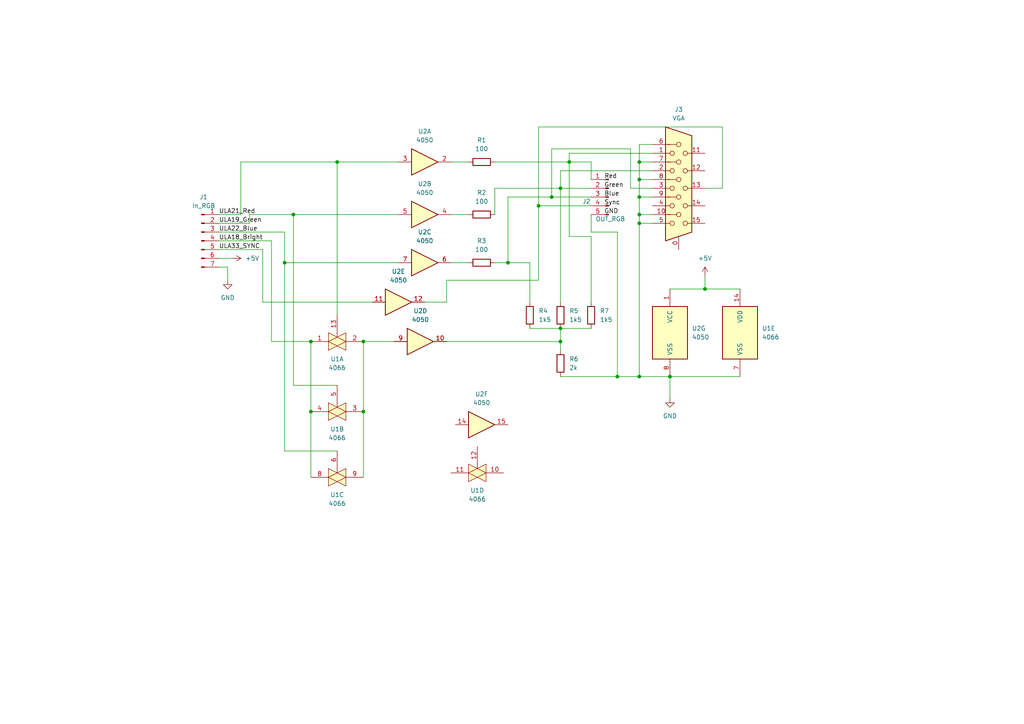
<source format=kicad_sch>
(kicad_sch (version 20211123) (generator eeschema)

  (uuid 0a86ac1b-2cef-4fbd-8497-49612061d0a4)

  (paper "A4")

  (lib_symbols
    (symbol "4xxx:4050" (pin_names (offset 1.016)) (in_bom yes) (on_board yes)
      (property "Reference" "U" (id 0) (at 0 1.27 0)
        (effects (font (size 1.27 1.27)))
      )
      (property "Value" "4050" (id 1) (at 0 -1.27 0)
        (effects (font (size 1.27 1.27)))
      )
      (property "Footprint" "" (id 2) (at 0 0 0)
        (effects (font (size 1.27 1.27)) hide)
      )
      (property "Datasheet" "http://www.intersil.com/content/dam/intersil/documents/cd40/cd4050bms.pdf" (id 3) (at 0 0 0)
        (effects (font (size 1.27 1.27)) hide)
      )
      (property "ki_locked" "" (id 4) (at 0 0 0)
        (effects (font (size 1.27 1.27)))
      )
      (property "ki_keywords" "CMOS BUFFER" (id 5) (at 0 0 0)
        (effects (font (size 1.27 1.27)) hide)
      )
      (property "ki_description" "Hex Buffer" (id 6) (at 0 0 0)
        (effects (font (size 1.27 1.27)) hide)
      )
      (property "ki_fp_filters" "DIP?16*" (id 7) (at 0 0 0)
        (effects (font (size 1.27 1.27)) hide)
      )
      (symbol "4050_1_0"
        (polyline
          (pts
            (xy -3.81 3.81)
            (xy -3.81 -3.81)
            (xy 3.81 0)
            (xy -3.81 3.81)
          )
          (stroke (width 0.254) (type default) (color 0 0 0 0))
          (fill (type background))
        )
        (pin output line (at 7.62 0 180) (length 3.81)
          (name "~" (effects (font (size 1.27 1.27))))
          (number "2" (effects (font (size 1.27 1.27))))
        )
        (pin input line (at -7.62 0 0) (length 3.81)
          (name "~" (effects (font (size 1.27 1.27))))
          (number "3" (effects (font (size 1.27 1.27))))
        )
      )
      (symbol "4050_2_0"
        (polyline
          (pts
            (xy -3.81 3.81)
            (xy -3.81 -3.81)
            (xy 3.81 0)
            (xy -3.81 3.81)
          )
          (stroke (width 0.254) (type default) (color 0 0 0 0))
          (fill (type background))
        )
        (pin output line (at 7.62 0 180) (length 3.81)
          (name "~" (effects (font (size 1.27 1.27))))
          (number "4" (effects (font (size 1.27 1.27))))
        )
        (pin input line (at -7.62 0 0) (length 3.81)
          (name "~" (effects (font (size 1.27 1.27))))
          (number "5" (effects (font (size 1.27 1.27))))
        )
      )
      (symbol "4050_3_0"
        (polyline
          (pts
            (xy -3.81 3.81)
            (xy -3.81 -3.81)
            (xy 3.81 0)
            (xy -3.81 3.81)
          )
          (stroke (width 0.254) (type default) (color 0 0 0 0))
          (fill (type background))
        )
        (pin output line (at 7.62 0 180) (length 3.81)
          (name "~" (effects (font (size 1.27 1.27))))
          (number "6" (effects (font (size 1.27 1.27))))
        )
        (pin input line (at -7.62 0 0) (length 3.81)
          (name "~" (effects (font (size 1.27 1.27))))
          (number "7" (effects (font (size 1.27 1.27))))
        )
      )
      (symbol "4050_4_0"
        (polyline
          (pts
            (xy -3.81 3.81)
            (xy -3.81 -3.81)
            (xy 3.81 0)
            (xy -3.81 3.81)
          )
          (stroke (width 0.254) (type default) (color 0 0 0 0))
          (fill (type background))
        )
        (pin output line (at 7.62 0 180) (length 3.81)
          (name "~" (effects (font (size 1.27 1.27))))
          (number "10" (effects (font (size 1.27 1.27))))
        )
        (pin input line (at -7.62 0 0) (length 3.81)
          (name "~" (effects (font (size 1.27 1.27))))
          (number "9" (effects (font (size 1.27 1.27))))
        )
      )
      (symbol "4050_5_0"
        (polyline
          (pts
            (xy -3.81 3.81)
            (xy -3.81 -3.81)
            (xy 3.81 0)
            (xy -3.81 3.81)
          )
          (stroke (width 0.254) (type default) (color 0 0 0 0))
          (fill (type background))
        )
        (pin input line (at -7.62 0 0) (length 3.81)
          (name "~" (effects (font (size 1.27 1.27))))
          (number "11" (effects (font (size 1.27 1.27))))
        )
        (pin output line (at 7.62 0 180) (length 3.81)
          (name "~" (effects (font (size 1.27 1.27))))
          (number "12" (effects (font (size 1.27 1.27))))
        )
      )
      (symbol "4050_6_0"
        (polyline
          (pts
            (xy -3.81 3.81)
            (xy -3.81 -3.81)
            (xy 3.81 0)
            (xy -3.81 3.81)
          )
          (stroke (width 0.254) (type default) (color 0 0 0 0))
          (fill (type background))
        )
        (pin input line (at -7.62 0 0) (length 3.81)
          (name "~" (effects (font (size 1.27 1.27))))
          (number "14" (effects (font (size 1.27 1.27))))
        )
        (pin output line (at 7.62 0 180) (length 3.81)
          (name "~" (effects (font (size 1.27 1.27))))
          (number "15" (effects (font (size 1.27 1.27))))
        )
      )
      (symbol "4050_7_0"
        (pin power_in line (at 0 12.7 270) (length 5.08)
          (name "VCC" (effects (font (size 1.27 1.27))))
          (number "1" (effects (font (size 1.27 1.27))))
        )
        (pin power_in line (at 0 -12.7 90) (length 5.08)
          (name "VSS" (effects (font (size 1.27 1.27))))
          (number "8" (effects (font (size 1.27 1.27))))
        )
      )
      (symbol "4050_7_1"
        (rectangle (start -5.08 7.62) (end 5.08 -7.62)
          (stroke (width 0.254) (type default) (color 0 0 0 0))
          (fill (type background))
        )
      )
    )
    (symbol "4xxx:4066" (pin_names (offset 1.016)) (in_bom yes) (on_board yes)
      (property "Reference" "U" (id 0) (at -7.62 8.89 0)
        (effects (font (size 1.27 1.27)))
      )
      (property "Value" "4066" (id 1) (at -7.62 -8.89 0)
        (effects (font (size 1.27 1.27)))
      )
      (property "Footprint" "" (id 2) (at 0 0 0)
        (effects (font (size 1.27 1.27)) hide)
      )
      (property "Datasheet" "http://www.ti.com/lit/ds/symlink/cd4066b.pdf" (id 3) (at 0 0 0)
        (effects (font (size 1.27 1.27)) hide)
      )
      (property "ki_locked" "" (id 4) (at 0 0 0)
        (effects (font (size 1.27 1.27)))
      )
      (property "ki_keywords" "CMOS SWITCH" (id 5) (at 0 0 0)
        (effects (font (size 1.27 1.27)) hide)
      )
      (property "ki_description" "Quad Analog Switches" (id 6) (at 0 0 0)
        (effects (font (size 1.27 1.27)) hide)
      )
      (property "ki_fp_filters" "DIP?14*" (id 7) (at 0 0 0)
        (effects (font (size 1.27 1.27)) hide)
      )
      (symbol "4066_1_0"
        (polyline
          (pts
            (xy 0 1.27)
            (xy 0 2.54)
          )
          (stroke (width 0.1524) (type default) (color 0 0 0 0))
          (fill (type none))
        )
        (polyline
          (pts
            (xy -2.54 0)
            (xy 2.54 2.54)
            (xy 2.54 -2.54)
            (xy -2.54 0)
          )
          (stroke (width 0) (type default) (color 0 0 0 0))
          (fill (type background))
        )
        (polyline
          (pts
            (xy -2.54 2.54)
            (xy 2.54 0)
            (xy -2.54 -2.54)
            (xy -2.54 2.54)
          )
          (stroke (width 0) (type default) (color 0 0 0 0))
          (fill (type background))
        )
        (pin passive line (at -7.62 0 0) (length 5.08)
          (name "~" (effects (font (size 1.27 1.27))))
          (number "1" (effects (font (size 1.27 1.27))))
        )
        (pin input line (at 0 7.62 270) (length 5.08)
          (name "~" (effects (font (size 1.27 1.27))))
          (number "13" (effects (font (size 1.27 1.27))))
        )
        (pin passive line (at 7.62 0 180) (length 5.08)
          (name "~" (effects (font (size 1.27 1.27))))
          (number "2" (effects (font (size 1.27 1.27))))
        )
      )
      (symbol "4066_2_0"
        (polyline
          (pts
            (xy 0 1.27)
            (xy 0 2.54)
          )
          (stroke (width 0.1524) (type default) (color 0 0 0 0))
          (fill (type none))
        )
        (polyline
          (pts
            (xy -2.54 0)
            (xy 2.54 2.54)
            (xy 2.54 -2.54)
            (xy -2.54 0)
          )
          (stroke (width 0) (type default) (color 0 0 0 0))
          (fill (type background))
        )
        (polyline
          (pts
            (xy -2.54 2.54)
            (xy 2.54 0)
            (xy -2.54 -2.54)
            (xy -2.54 2.54)
          )
          (stroke (width 0) (type default) (color 0 0 0 0))
          (fill (type background))
        )
        (pin passive line (at 7.62 0 180) (length 5.08)
          (name "~" (effects (font (size 1.27 1.27))))
          (number "3" (effects (font (size 1.27 1.27))))
        )
        (pin passive line (at -7.62 0 0) (length 5.08)
          (name "~" (effects (font (size 1.27 1.27))))
          (number "4" (effects (font (size 1.27 1.27))))
        )
        (pin input line (at 0 7.62 270) (length 5.08)
          (name "~" (effects (font (size 1.27 1.27))))
          (number "5" (effects (font (size 1.27 1.27))))
        )
      )
      (symbol "4066_3_0"
        (polyline
          (pts
            (xy 0 1.27)
            (xy 0 2.54)
          )
          (stroke (width 0.1524) (type default) (color 0 0 0 0))
          (fill (type none))
        )
        (polyline
          (pts
            (xy -2.54 0)
            (xy 2.54 2.54)
            (xy 2.54 -2.54)
            (xy -2.54 0)
          )
          (stroke (width 0) (type default) (color 0 0 0 0))
          (fill (type background))
        )
        (polyline
          (pts
            (xy -2.54 2.54)
            (xy 2.54 0)
            (xy -2.54 -2.54)
            (xy -2.54 2.54)
          )
          (stroke (width 0) (type default) (color 0 0 0 0))
          (fill (type background))
        )
        (pin input line (at 0 7.62 270) (length 5.08)
          (name "~" (effects (font (size 1.27 1.27))))
          (number "6" (effects (font (size 1.27 1.27))))
        )
        (pin passive line (at -7.62 0 0) (length 5.08)
          (name "~" (effects (font (size 1.27 1.27))))
          (number "8" (effects (font (size 1.27 1.27))))
        )
        (pin passive line (at 7.62 0 180) (length 5.08)
          (name "~" (effects (font (size 1.27 1.27))))
          (number "9" (effects (font (size 1.27 1.27))))
        )
      )
      (symbol "4066_4_0"
        (polyline
          (pts
            (xy 0 1.27)
            (xy 0 2.54)
          )
          (stroke (width 0.1524) (type default) (color 0 0 0 0))
          (fill (type none))
        )
        (polyline
          (pts
            (xy -2.54 0)
            (xy 2.54 2.54)
            (xy 2.54 -2.54)
            (xy -2.54 0)
          )
          (stroke (width 0) (type default) (color 0 0 0 0))
          (fill (type background))
        )
        (polyline
          (pts
            (xy -2.54 2.54)
            (xy 2.54 0)
            (xy -2.54 -2.54)
            (xy -2.54 2.54)
          )
          (stroke (width 0) (type default) (color 0 0 0 0))
          (fill (type background))
        )
        (pin passive line (at 7.62 0 180) (length 5.08)
          (name "~" (effects (font (size 1.27 1.27))))
          (number "10" (effects (font (size 1.27 1.27))))
        )
        (pin passive line (at -7.62 0 0) (length 5.08)
          (name "~" (effects (font (size 1.27 1.27))))
          (number "11" (effects (font (size 1.27 1.27))))
        )
        (pin input line (at 0 7.62 270) (length 5.08)
          (name "~" (effects (font (size 1.27 1.27))))
          (number "12" (effects (font (size 1.27 1.27))))
        )
      )
      (symbol "4066_5_0"
        (pin power_in line (at 0 12.7 270) (length 5.08)
          (name "VDD" (effects (font (size 1.27 1.27))))
          (number "14" (effects (font (size 1.27 1.27))))
        )
        (pin power_in line (at 0 -12.7 90) (length 5.08)
          (name "VSS" (effects (font (size 1.27 1.27))))
          (number "7" (effects (font (size 1.27 1.27))))
        )
      )
      (symbol "4066_5_1"
        (rectangle (start -5.08 7.62) (end 5.08 -7.62)
          (stroke (width 0.254) (type default) (color 0 0 0 0))
          (fill (type background))
        )
      )
    )
    (symbol "Connector:Conn_01x05_Male" (pin_names (offset 1.016) hide) (in_bom yes) (on_board yes)
      (property "Reference" "J" (id 0) (at 0 7.62 0)
        (effects (font (size 1.27 1.27)))
      )
      (property "Value" "Conn_01x05_Male" (id 1) (at 0 -7.62 0)
        (effects (font (size 1.27 1.27)))
      )
      (property "Footprint" "" (id 2) (at 0 0 0)
        (effects (font (size 1.27 1.27)) hide)
      )
      (property "Datasheet" "~" (id 3) (at 0 0 0)
        (effects (font (size 1.27 1.27)) hide)
      )
      (property "ki_keywords" "connector" (id 4) (at 0 0 0)
        (effects (font (size 1.27 1.27)) hide)
      )
      (property "ki_description" "Generic connector, single row, 01x05, script generated (kicad-library-utils/schlib/autogen/connector/)" (id 5) (at 0 0 0)
        (effects (font (size 1.27 1.27)) hide)
      )
      (property "ki_fp_filters" "Connector*:*_1x??_*" (id 6) (at 0 0 0)
        (effects (font (size 1.27 1.27)) hide)
      )
      (symbol "Conn_01x05_Male_1_1"
        (polyline
          (pts
            (xy 1.27 -5.08)
            (xy 0.8636 -5.08)
          )
          (stroke (width 0.1524) (type default) (color 0 0 0 0))
          (fill (type none))
        )
        (polyline
          (pts
            (xy 1.27 -2.54)
            (xy 0.8636 -2.54)
          )
          (stroke (width 0.1524) (type default) (color 0 0 0 0))
          (fill (type none))
        )
        (polyline
          (pts
            (xy 1.27 0)
            (xy 0.8636 0)
          )
          (stroke (width 0.1524) (type default) (color 0 0 0 0))
          (fill (type none))
        )
        (polyline
          (pts
            (xy 1.27 2.54)
            (xy 0.8636 2.54)
          )
          (stroke (width 0.1524) (type default) (color 0 0 0 0))
          (fill (type none))
        )
        (polyline
          (pts
            (xy 1.27 5.08)
            (xy 0.8636 5.08)
          )
          (stroke (width 0.1524) (type default) (color 0 0 0 0))
          (fill (type none))
        )
        (rectangle (start 0.8636 -4.953) (end 0 -5.207)
          (stroke (width 0.1524) (type default) (color 0 0 0 0))
          (fill (type outline))
        )
        (rectangle (start 0.8636 -2.413) (end 0 -2.667)
          (stroke (width 0.1524) (type default) (color 0 0 0 0))
          (fill (type outline))
        )
        (rectangle (start 0.8636 0.127) (end 0 -0.127)
          (stroke (width 0.1524) (type default) (color 0 0 0 0))
          (fill (type outline))
        )
        (rectangle (start 0.8636 2.667) (end 0 2.413)
          (stroke (width 0.1524) (type default) (color 0 0 0 0))
          (fill (type outline))
        )
        (rectangle (start 0.8636 5.207) (end 0 4.953)
          (stroke (width 0.1524) (type default) (color 0 0 0 0))
          (fill (type outline))
        )
        (pin passive line (at 5.08 5.08 180) (length 3.81)
          (name "Pin_1" (effects (font (size 1.27 1.27))))
          (number "1" (effects (font (size 1.27 1.27))))
        )
        (pin passive line (at 5.08 2.54 180) (length 3.81)
          (name "Pin_2" (effects (font (size 1.27 1.27))))
          (number "2" (effects (font (size 1.27 1.27))))
        )
        (pin passive line (at 5.08 0 180) (length 3.81)
          (name "Pin_3" (effects (font (size 1.27 1.27))))
          (number "3" (effects (font (size 1.27 1.27))))
        )
        (pin passive line (at 5.08 -2.54 180) (length 3.81)
          (name "Pin_4" (effects (font (size 1.27 1.27))))
          (number "4" (effects (font (size 1.27 1.27))))
        )
        (pin passive line (at 5.08 -5.08 180) (length 3.81)
          (name "Pin_5" (effects (font (size 1.27 1.27))))
          (number "5" (effects (font (size 1.27 1.27))))
        )
      )
    )
    (symbol "Connector:Conn_01x07_Male" (pin_names (offset 1.016) hide) (in_bom yes) (on_board yes)
      (property "Reference" "J" (id 0) (at 0 10.16 0)
        (effects (font (size 1.27 1.27)))
      )
      (property "Value" "Conn_01x07_Male" (id 1) (at 0 -10.16 0)
        (effects (font (size 1.27 1.27)))
      )
      (property "Footprint" "" (id 2) (at 0 0 0)
        (effects (font (size 1.27 1.27)) hide)
      )
      (property "Datasheet" "~" (id 3) (at 0 0 0)
        (effects (font (size 1.27 1.27)) hide)
      )
      (property "ki_keywords" "connector" (id 4) (at 0 0 0)
        (effects (font (size 1.27 1.27)) hide)
      )
      (property "ki_description" "Generic connector, single row, 01x07, script generated (kicad-library-utils/schlib/autogen/connector/)" (id 5) (at 0 0 0)
        (effects (font (size 1.27 1.27)) hide)
      )
      (property "ki_fp_filters" "Connector*:*_1x??_*" (id 6) (at 0 0 0)
        (effects (font (size 1.27 1.27)) hide)
      )
      (symbol "Conn_01x07_Male_1_1"
        (polyline
          (pts
            (xy 1.27 -7.62)
            (xy 0.8636 -7.62)
          )
          (stroke (width 0.1524) (type default) (color 0 0 0 0))
          (fill (type none))
        )
        (polyline
          (pts
            (xy 1.27 -5.08)
            (xy 0.8636 -5.08)
          )
          (stroke (width 0.1524) (type default) (color 0 0 0 0))
          (fill (type none))
        )
        (polyline
          (pts
            (xy 1.27 -2.54)
            (xy 0.8636 -2.54)
          )
          (stroke (width 0.1524) (type default) (color 0 0 0 0))
          (fill (type none))
        )
        (polyline
          (pts
            (xy 1.27 0)
            (xy 0.8636 0)
          )
          (stroke (width 0.1524) (type default) (color 0 0 0 0))
          (fill (type none))
        )
        (polyline
          (pts
            (xy 1.27 2.54)
            (xy 0.8636 2.54)
          )
          (stroke (width 0.1524) (type default) (color 0 0 0 0))
          (fill (type none))
        )
        (polyline
          (pts
            (xy 1.27 5.08)
            (xy 0.8636 5.08)
          )
          (stroke (width 0.1524) (type default) (color 0 0 0 0))
          (fill (type none))
        )
        (polyline
          (pts
            (xy 1.27 7.62)
            (xy 0.8636 7.62)
          )
          (stroke (width 0.1524) (type default) (color 0 0 0 0))
          (fill (type none))
        )
        (rectangle (start 0.8636 -7.493) (end 0 -7.747)
          (stroke (width 0.1524) (type default) (color 0 0 0 0))
          (fill (type outline))
        )
        (rectangle (start 0.8636 -4.953) (end 0 -5.207)
          (stroke (width 0.1524) (type default) (color 0 0 0 0))
          (fill (type outline))
        )
        (rectangle (start 0.8636 -2.413) (end 0 -2.667)
          (stroke (width 0.1524) (type default) (color 0 0 0 0))
          (fill (type outline))
        )
        (rectangle (start 0.8636 0.127) (end 0 -0.127)
          (stroke (width 0.1524) (type default) (color 0 0 0 0))
          (fill (type outline))
        )
        (rectangle (start 0.8636 2.667) (end 0 2.413)
          (stroke (width 0.1524) (type default) (color 0 0 0 0))
          (fill (type outline))
        )
        (rectangle (start 0.8636 5.207) (end 0 4.953)
          (stroke (width 0.1524) (type default) (color 0 0 0 0))
          (fill (type outline))
        )
        (rectangle (start 0.8636 7.747) (end 0 7.493)
          (stroke (width 0.1524) (type default) (color 0 0 0 0))
          (fill (type outline))
        )
        (pin passive line (at 5.08 7.62 180) (length 3.81)
          (name "Pin_1" (effects (font (size 1.27 1.27))))
          (number "1" (effects (font (size 1.27 1.27))))
        )
        (pin passive line (at 5.08 5.08 180) (length 3.81)
          (name "Pin_2" (effects (font (size 1.27 1.27))))
          (number "2" (effects (font (size 1.27 1.27))))
        )
        (pin passive line (at 5.08 2.54 180) (length 3.81)
          (name "Pin_3" (effects (font (size 1.27 1.27))))
          (number "3" (effects (font (size 1.27 1.27))))
        )
        (pin passive line (at 5.08 0 180) (length 3.81)
          (name "Pin_4" (effects (font (size 1.27 1.27))))
          (number "4" (effects (font (size 1.27 1.27))))
        )
        (pin passive line (at 5.08 -2.54 180) (length 3.81)
          (name "Pin_5" (effects (font (size 1.27 1.27))))
          (number "5" (effects (font (size 1.27 1.27))))
        )
        (pin passive line (at 5.08 -5.08 180) (length 3.81)
          (name "Pin_6" (effects (font (size 1.27 1.27))))
          (number "6" (effects (font (size 1.27 1.27))))
        )
        (pin passive line (at 5.08 -7.62 180) (length 3.81)
          (name "Pin_7" (effects (font (size 1.27 1.27))))
          (number "7" (effects (font (size 1.27 1.27))))
        )
      )
    )
    (symbol "Connector:DB15_Female_HighDensity_MountingHoles" (pin_names (offset 1.016) hide) (in_bom yes) (on_board yes)
      (property "Reference" "J" (id 0) (at 0 21.59 0)
        (effects (font (size 1.27 1.27)))
      )
      (property "Value" "DB15_Female_HighDensity_MountingHoles" (id 1) (at 0 19.05 0)
        (effects (font (size 1.27 1.27)))
      )
      (property "Footprint" "" (id 2) (at -24.13 10.16 0)
        (effects (font (size 1.27 1.27)) hide)
      )
      (property "Datasheet" " ~" (id 3) (at -24.13 10.16 0)
        (effects (font (size 1.27 1.27)) hide)
      )
      (property "ki_keywords" "connector db15 female D-SUB VGA" (id 4) (at 0 0 0)
        (effects (font (size 1.27 1.27)) hide)
      )
      (property "ki_description" "15-pin female D-SUB connector, High density (3 columns), Triple Row, Generic, VGA-connector, Mounting Hole" (id 5) (at 0 0 0)
        (effects (font (size 1.27 1.27)) hide)
      )
      (property "ki_fp_filters" "DSUB*Female*" (id 6) (at 0 0 0)
        (effects (font (size 1.27 1.27)) hide)
      )
      (symbol "DB15_Female_HighDensity_MountingHoles_0_1"
        (circle (center -1.905 -10.16) (radius 0.635)
          (stroke (width 0) (type default) (color 0 0 0 0))
          (fill (type none))
        )
        (circle (center -1.905 -5.08) (radius 0.635)
          (stroke (width 0) (type default) (color 0 0 0 0))
          (fill (type none))
        )
        (circle (center -1.905 0) (radius 0.635)
          (stroke (width 0) (type default) (color 0 0 0 0))
          (fill (type none))
        )
        (circle (center -1.905 5.08) (radius 0.635)
          (stroke (width 0) (type default) (color 0 0 0 0))
          (fill (type none))
        )
        (circle (center -1.905 10.16) (radius 0.635)
          (stroke (width 0) (type default) (color 0 0 0 0))
          (fill (type none))
        )
        (circle (center 0 -7.62) (radius 0.635)
          (stroke (width 0) (type default) (color 0 0 0 0))
          (fill (type none))
        )
        (circle (center 0 -2.54) (radius 0.635)
          (stroke (width 0) (type default) (color 0 0 0 0))
          (fill (type none))
        )
        (polyline
          (pts
            (xy -3.175 7.62)
            (xy -0.635 7.62)
          )
          (stroke (width 0) (type default) (color 0 0 0 0))
          (fill (type none))
        )
        (polyline
          (pts
            (xy -0.635 -7.62)
            (xy -3.175 -7.62)
          )
          (stroke (width 0) (type default) (color 0 0 0 0))
          (fill (type none))
        )
        (polyline
          (pts
            (xy -0.635 -2.54)
            (xy -3.175 -2.54)
          )
          (stroke (width 0) (type default) (color 0 0 0 0))
          (fill (type none))
        )
        (polyline
          (pts
            (xy -0.635 2.54)
            (xy -3.175 2.54)
          )
          (stroke (width 0) (type default) (color 0 0 0 0))
          (fill (type none))
        )
        (polyline
          (pts
            (xy -0.635 12.7)
            (xy -3.175 12.7)
          )
          (stroke (width 0) (type default) (color 0 0 0 0))
          (fill (type none))
        )
        (polyline
          (pts
            (xy -3.81 17.78)
            (xy -3.81 -15.24)
            (xy 3.81 -12.7)
            (xy 3.81 15.24)
            (xy -3.81 17.78)
          )
          (stroke (width 0.254) (type default) (color 0 0 0 0))
          (fill (type background))
        )
        (circle (center 0 2.54) (radius 0.635)
          (stroke (width 0) (type default) (color 0 0 0 0))
          (fill (type none))
        )
        (circle (center 0 7.62) (radius 0.635)
          (stroke (width 0) (type default) (color 0 0 0 0))
          (fill (type none))
        )
        (circle (center 0 12.7) (radius 0.635)
          (stroke (width 0) (type default) (color 0 0 0 0))
          (fill (type none))
        )
        (circle (center 1.905 -10.16) (radius 0.635)
          (stroke (width 0) (type default) (color 0 0 0 0))
          (fill (type none))
        )
        (circle (center 1.905 -5.08) (radius 0.635)
          (stroke (width 0) (type default) (color 0 0 0 0))
          (fill (type none))
        )
        (circle (center 1.905 0) (radius 0.635)
          (stroke (width 0) (type default) (color 0 0 0 0))
          (fill (type none))
        )
        (circle (center 1.905 5.08) (radius 0.635)
          (stroke (width 0) (type default) (color 0 0 0 0))
          (fill (type none))
        )
        (circle (center 1.905 10.16) (radius 0.635)
          (stroke (width 0) (type default) (color 0 0 0 0))
          (fill (type none))
        )
      )
      (symbol "DB15_Female_HighDensity_MountingHoles_1_1"
        (pin passive line (at 0 -17.78 90) (length 3.81)
          (name "~" (effects (font (size 1.27 1.27))))
          (number "0" (effects (font (size 1.27 1.27))))
        )
        (pin passive line (at -7.62 10.16 0) (length 5.08)
          (name "~" (effects (font (size 1.27 1.27))))
          (number "1" (effects (font (size 1.27 1.27))))
        )
        (pin passive line (at -7.62 -7.62 0) (length 5.08)
          (name "~" (effects (font (size 1.27 1.27))))
          (number "10" (effects (font (size 1.27 1.27))))
        )
        (pin passive line (at 7.62 10.16 180) (length 5.08)
          (name "~" (effects (font (size 1.27 1.27))))
          (number "11" (effects (font (size 1.27 1.27))))
        )
        (pin passive line (at 7.62 5.08 180) (length 5.08)
          (name "~" (effects (font (size 1.27 1.27))))
          (number "12" (effects (font (size 1.27 1.27))))
        )
        (pin passive line (at 7.62 0 180) (length 5.08)
          (name "~" (effects (font (size 1.27 1.27))))
          (number "13" (effects (font (size 1.27 1.27))))
        )
        (pin passive line (at 7.62 -5.08 180) (length 5.08)
          (name "~" (effects (font (size 1.27 1.27))))
          (number "14" (effects (font (size 1.27 1.27))))
        )
        (pin passive line (at 7.62 -10.16 180) (length 5.08)
          (name "~" (effects (font (size 1.27 1.27))))
          (number "15" (effects (font (size 1.27 1.27))))
        )
        (pin passive line (at -7.62 5.08 0) (length 5.08)
          (name "~" (effects (font (size 1.27 1.27))))
          (number "2" (effects (font (size 1.27 1.27))))
        )
        (pin passive line (at -7.62 0 0) (length 5.08)
          (name "~" (effects (font (size 1.27 1.27))))
          (number "3" (effects (font (size 1.27 1.27))))
        )
        (pin passive line (at -7.62 -5.08 0) (length 5.08)
          (name "~" (effects (font (size 1.27 1.27))))
          (number "4" (effects (font (size 1.27 1.27))))
        )
        (pin passive line (at -7.62 -10.16 0) (length 5.08)
          (name "~" (effects (font (size 1.27 1.27))))
          (number "5" (effects (font (size 1.27 1.27))))
        )
        (pin passive line (at -7.62 12.7 0) (length 5.08)
          (name "~" (effects (font (size 1.27 1.27))))
          (number "6" (effects (font (size 1.27 1.27))))
        )
        (pin passive line (at -7.62 7.62 0) (length 5.08)
          (name "~" (effects (font (size 1.27 1.27))))
          (number "7" (effects (font (size 1.27 1.27))))
        )
        (pin passive line (at -7.62 2.54 0) (length 5.08)
          (name "~" (effects (font (size 1.27 1.27))))
          (number "8" (effects (font (size 1.27 1.27))))
        )
        (pin passive line (at -7.62 -2.54 0) (length 5.08)
          (name "~" (effects (font (size 1.27 1.27))))
          (number "9" (effects (font (size 1.27 1.27))))
        )
      )
    )
    (symbol "Device:R" (pin_numbers hide) (pin_names (offset 0)) (in_bom yes) (on_board yes)
      (property "Reference" "R" (id 0) (at 2.032 0 90)
        (effects (font (size 1.27 1.27)))
      )
      (property "Value" "R" (id 1) (at 0 0 90)
        (effects (font (size 1.27 1.27)))
      )
      (property "Footprint" "" (id 2) (at -1.778 0 90)
        (effects (font (size 1.27 1.27)) hide)
      )
      (property "Datasheet" "~" (id 3) (at 0 0 0)
        (effects (font (size 1.27 1.27)) hide)
      )
      (property "ki_keywords" "R res resistor" (id 4) (at 0 0 0)
        (effects (font (size 1.27 1.27)) hide)
      )
      (property "ki_description" "Resistor" (id 5) (at 0 0 0)
        (effects (font (size 1.27 1.27)) hide)
      )
      (property "ki_fp_filters" "R_*" (id 6) (at 0 0 0)
        (effects (font (size 1.27 1.27)) hide)
      )
      (symbol "R_0_1"
        (rectangle (start -1.016 -2.54) (end 1.016 2.54)
          (stroke (width 0.254) (type default) (color 0 0 0 0))
          (fill (type none))
        )
      )
      (symbol "R_1_1"
        (pin passive line (at 0 3.81 270) (length 1.27)
          (name "~" (effects (font (size 1.27 1.27))))
          (number "1" (effects (font (size 1.27 1.27))))
        )
        (pin passive line (at 0 -3.81 90) (length 1.27)
          (name "~" (effects (font (size 1.27 1.27))))
          (number "2" (effects (font (size 1.27 1.27))))
        )
      )
    )
    (symbol "power:+5V" (power) (pin_names (offset 0)) (in_bom yes) (on_board yes)
      (property "Reference" "#PWR" (id 0) (at 0 -3.81 0)
        (effects (font (size 1.27 1.27)) hide)
      )
      (property "Value" "+5V" (id 1) (at 0 3.556 0)
        (effects (font (size 1.27 1.27)))
      )
      (property "Footprint" "" (id 2) (at 0 0 0)
        (effects (font (size 1.27 1.27)) hide)
      )
      (property "Datasheet" "" (id 3) (at 0 0 0)
        (effects (font (size 1.27 1.27)) hide)
      )
      (property "ki_keywords" "power-flag" (id 4) (at 0 0 0)
        (effects (font (size 1.27 1.27)) hide)
      )
      (property "ki_description" "Power symbol creates a global label with name \"+5V\"" (id 5) (at 0 0 0)
        (effects (font (size 1.27 1.27)) hide)
      )
      (symbol "+5V_0_1"
        (polyline
          (pts
            (xy -0.762 1.27)
            (xy 0 2.54)
          )
          (stroke (width 0) (type default) (color 0 0 0 0))
          (fill (type none))
        )
        (polyline
          (pts
            (xy 0 0)
            (xy 0 2.54)
          )
          (stroke (width 0) (type default) (color 0 0 0 0))
          (fill (type none))
        )
        (polyline
          (pts
            (xy 0 2.54)
            (xy 0.762 1.27)
          )
          (stroke (width 0) (type default) (color 0 0 0 0))
          (fill (type none))
        )
      )
      (symbol "+5V_1_1"
        (pin power_in line (at 0 0 90) (length 0) hide
          (name "+5V" (effects (font (size 1.27 1.27))))
          (number "1" (effects (font (size 1.27 1.27))))
        )
      )
    )
    (symbol "power:GND" (power) (pin_names (offset 0)) (in_bom yes) (on_board yes)
      (property "Reference" "#PWR" (id 0) (at 0 -6.35 0)
        (effects (font (size 1.27 1.27)) hide)
      )
      (property "Value" "GND" (id 1) (at 0 -3.81 0)
        (effects (font (size 1.27 1.27)))
      )
      (property "Footprint" "" (id 2) (at 0 0 0)
        (effects (font (size 1.27 1.27)) hide)
      )
      (property "Datasheet" "" (id 3) (at 0 0 0)
        (effects (font (size 1.27 1.27)) hide)
      )
      (property "ki_keywords" "power-flag" (id 4) (at 0 0 0)
        (effects (font (size 1.27 1.27)) hide)
      )
      (property "ki_description" "Power symbol creates a global label with name \"GND\" , ground" (id 5) (at 0 0 0)
        (effects (font (size 1.27 1.27)) hide)
      )
      (symbol "GND_0_1"
        (polyline
          (pts
            (xy 0 0)
            (xy 0 -1.27)
            (xy 1.27 -1.27)
            (xy 0 -2.54)
            (xy -1.27 -1.27)
            (xy 0 -1.27)
          )
          (stroke (width 0) (type default) (color 0 0 0 0))
          (fill (type none))
        )
      )
      (symbol "GND_1_1"
        (pin power_in line (at 0 0 270) (length 0) hide
          (name "GND" (effects (font (size 1.27 1.27))))
          (number "1" (effects (font (size 1.27 1.27))))
        )
      )
    )
  )

  (junction (at 105.41 119.38) (diameter 0) (color 0 0 0 0)
    (uuid 078a05e5-e4be-47f3-8c46-bb22a6c62826)
  )
  (junction (at 185.42 52.07) (diameter 0) (color 0 0 0 0)
    (uuid 0abfb4df-962f-4343-9091-09caf7450719)
  )
  (junction (at 165.1 46.99) (diameter 0) (color 0 0 0 0)
    (uuid 0b0b237f-d2af-4c80-ab0d-037b9d0373a4)
  )
  (junction (at 185.42 64.77) (diameter 0) (color 0 0 0 0)
    (uuid 21d78ab6-36cc-4fe0-9ad3-0fcbce0262ac)
  )
  (junction (at 185.42 109.22) (diameter 0) (color 0 0 0 0)
    (uuid 27a91bc5-210d-4a69-a744-aaa90b3a2204)
  )
  (junction (at 147.32 76.2) (diameter 0) (color 0 0 0 0)
    (uuid 3458f666-e731-43f3-8db0-7898cb3c0a24)
  )
  (junction (at 204.47 83.82) (diameter 0) (color 0 0 0 0)
    (uuid 439a5027-bd51-4ac6-b762-2eb43bf9f419)
  )
  (junction (at 162.56 99.06) (diameter 0) (color 0 0 0 0)
    (uuid 4c0203af-d89b-4799-b0d7-339aaa923a8d)
  )
  (junction (at 185.42 57.15) (diameter 0) (color 0 0 0 0)
    (uuid 4cb70137-9e13-4407-82fa-427b01b580da)
  )
  (junction (at 90.17 119.38) (diameter 0) (color 0 0 0 0)
    (uuid 5a3c741f-21aa-4a36-811e-8a99c9c357cf)
  )
  (junction (at 162.56 95.25) (diameter 0) (color 0 0 0 0)
    (uuid 5ceff573-d565-4f2f-bb87-532d92e26896)
  )
  (junction (at 85.09 62.23) (diameter 0) (color 0 0 0 0)
    (uuid 5e7f6c19-5dda-4cf3-9165-597d3dad4fc9)
  )
  (junction (at 179.07 109.22) (diameter 0) (color 0 0 0 0)
    (uuid 638afb91-8302-4dda-832d-c7076ebb2653)
  )
  (junction (at 185.42 46.99) (diameter 0) (color 0 0 0 0)
    (uuid 723a52c5-2866-4437-a231-51bb3664f4c7)
  )
  (junction (at 162.56 54.61) (diameter 0) (color 0 0 0 0)
    (uuid 77b2d81e-1578-4a60-9dd1-2a94b8e2be73)
  )
  (junction (at 82.55 76.2) (diameter 0) (color 0 0 0 0)
    (uuid 80d99e3f-9c42-4373-9b91-403ad6d7066f)
  )
  (junction (at 97.79 46.99) (diameter 0) (color 0 0 0 0)
    (uuid ab4b1a6f-198c-4fcb-8390-d882ab2553ae)
  )
  (junction (at 105.41 99.06) (diameter 0) (color 0 0 0 0)
    (uuid b25e7aa4-bacb-4e76-adac-c922c8b8317f)
  )
  (junction (at 160.02 57.15) (diameter 0) (color 0 0 0 0)
    (uuid b9e1ea11-5917-4525-bc74-6fdeb9984412)
  )
  (junction (at 194.31 109.22) (diameter 0) (color 0 0 0 0)
    (uuid c21b2e19-aecd-44cd-a8ce-f5f69bc4029b)
  )
  (junction (at 156.21 59.69) (diameter 0) (color 0 0 0 0)
    (uuid c7bce2da-2326-4bab-acc3-d0d0d28ab401)
  )
  (junction (at 90.17 99.06) (diameter 0) (color 0 0 0 0)
    (uuid c836165e-9d01-4bf5-86b4-0c24722d0bbe)
  )
  (junction (at 185.42 62.23) (diameter 0) (color 0 0 0 0)
    (uuid de29216a-baed-4cb1-ab4e-d5a5a710d61b)
  )

  (wire (pts (xy 165.1 44.45) (xy 165.1 46.99))
    (stroke (width 0) (type default) (color 0 0 0 0))
    (uuid 09fc70bc-1fb1-4bac-8f4c-3f0c5bbea49d)
  )
  (wire (pts (xy 105.41 119.38) (xy 105.41 138.43))
    (stroke (width 0) (type default) (color 0 0 0 0))
    (uuid 0bba1477-b221-4479-9340-031b7a18bca8)
  )
  (wire (pts (xy 63.5 69.85) (xy 78.74 69.85))
    (stroke (width 0) (type default) (color 0 0 0 0))
    (uuid 0efe091e-21f2-495c-aba2-3f2e83216aad)
  )
  (wire (pts (xy 85.09 62.23) (xy 115.57 62.23))
    (stroke (width 0) (type default) (color 0 0 0 0))
    (uuid 172b4d51-1b93-4970-9651-718ca50c793c)
  )
  (wire (pts (xy 189.23 49.53) (xy 162.56 49.53))
    (stroke (width 0) (type default) (color 0 0 0 0))
    (uuid 1861cd26-ff77-43e2-8e55-b9b1f2ef2ee4)
  )
  (wire (pts (xy 123.19 87.63) (xy 129.54 87.63))
    (stroke (width 0) (type default) (color 0 0 0 0))
    (uuid 1b26b983-6f8f-46d8-94fa-eba3aa93da4c)
  )
  (wire (pts (xy 63.5 77.47) (xy 66.04 77.47))
    (stroke (width 0) (type default) (color 0 0 0 0))
    (uuid 1bc1eb61-71e0-49f5-b8a3-e463dcfe42b1)
  )
  (wire (pts (xy 162.56 95.25) (xy 162.56 99.06))
    (stroke (width 0) (type default) (color 0 0 0 0))
    (uuid 1e06fcad-f7f6-4905-8b2a-19ba618517ce)
  )
  (wire (pts (xy 182.88 43.18) (xy 160.02 43.18))
    (stroke (width 0) (type default) (color 0 0 0 0))
    (uuid 2178c538-1eb0-421a-a328-1338c2a261ee)
  )
  (wire (pts (xy 72.39 62.23) (xy 85.09 62.23))
    (stroke (width 0) (type default) (color 0 0 0 0))
    (uuid 26479e20-ced3-4d86-824d-154b0a047dc4)
  )
  (wire (pts (xy 78.74 69.85) (xy 78.74 99.06))
    (stroke (width 0) (type default) (color 0 0 0 0))
    (uuid 282a1519-ff35-4ecc-90b5-19c35d7cb5ee)
  )
  (wire (pts (xy 153.67 76.2) (xy 147.32 76.2))
    (stroke (width 0) (type default) (color 0 0 0 0))
    (uuid 2a8bf64f-ba7c-4033-9277-db610e16a55b)
  )
  (wire (pts (xy 171.45 67.31) (xy 179.07 67.31))
    (stroke (width 0) (type default) (color 0 0 0 0))
    (uuid 308fc9b3-997a-4395-be3c-a317b131c0b8)
  )
  (wire (pts (xy 171.45 54.61) (xy 162.56 54.61))
    (stroke (width 0) (type default) (color 0 0 0 0))
    (uuid 3539dc38-19d6-451e-b5f9-127369e07dfe)
  )
  (wire (pts (xy 179.07 67.31) (xy 179.07 109.22))
    (stroke (width 0) (type default) (color 0 0 0 0))
    (uuid 37591ca5-377c-4589-a658-bfa0ab8485e3)
  )
  (wire (pts (xy 97.79 111.76) (xy 85.09 111.76))
    (stroke (width 0) (type default) (color 0 0 0 0))
    (uuid 3a9d8510-0145-4474-8f61-ffdbbbf25f52)
  )
  (wire (pts (xy 162.56 109.22) (xy 179.07 109.22))
    (stroke (width 0) (type default) (color 0 0 0 0))
    (uuid 3f3f3ffb-2819-4024-a43e-d26c1d710387)
  )
  (wire (pts (xy 185.42 64.77) (xy 185.42 109.22))
    (stroke (width 0) (type default) (color 0 0 0 0))
    (uuid 45304ac9-32ca-4d22-a7af-5d2f6ae65fe8)
  )
  (wire (pts (xy 66.04 77.47) (xy 66.04 81.28))
    (stroke (width 0) (type default) (color 0 0 0 0))
    (uuid 48358bc8-031d-4a8f-bcc0-00a75eabfa47)
  )
  (wire (pts (xy 105.41 99.06) (xy 114.3 99.06))
    (stroke (width 0) (type default) (color 0 0 0 0))
    (uuid 49ae7985-0fb2-4caf-b953-498dc7b0206f)
  )
  (wire (pts (xy 189.23 41.91) (xy 185.42 41.91))
    (stroke (width 0) (type default) (color 0 0 0 0))
    (uuid 4bacdf45-7b25-4603-86df-b8bf82f42014)
  )
  (wire (pts (xy 156.21 81.28) (xy 156.21 59.69))
    (stroke (width 0) (type default) (color 0 0 0 0))
    (uuid 50b163ce-b247-444a-a904-4745c00e9a6d)
  )
  (wire (pts (xy 182.88 54.61) (xy 182.88 43.18))
    (stroke (width 0) (type default) (color 0 0 0 0))
    (uuid 53e30bda-38ae-4057-ab99-9c403bd54463)
  )
  (wire (pts (xy 185.42 109.22) (xy 194.31 109.22))
    (stroke (width 0) (type default) (color 0 0 0 0))
    (uuid 542caf85-9c6c-4bbc-8e50-f23ab8e8d4dc)
  )
  (wire (pts (xy 147.32 76.2) (xy 143.51 76.2))
    (stroke (width 0) (type default) (color 0 0 0 0))
    (uuid 56df792e-78ff-42cb-9383-f92f6ce25b78)
  )
  (wire (pts (xy 76.2 72.39) (xy 76.2 87.63))
    (stroke (width 0) (type default) (color 0 0 0 0))
    (uuid 57c93561-b584-4299-b5b6-66d13f2db9b0)
  )
  (wire (pts (xy 147.32 57.15) (xy 147.32 76.2))
    (stroke (width 0) (type default) (color 0 0 0 0))
    (uuid 5941630b-49e2-4729-8821-463d1b7d09d2)
  )
  (wire (pts (xy 115.57 76.2) (xy 82.55 76.2))
    (stroke (width 0) (type default) (color 0 0 0 0))
    (uuid 5b6b0ef9-b99e-4870-977f-b37b6430aaa8)
  )
  (wire (pts (xy 156.21 36.83) (xy 156.21 59.69))
    (stroke (width 0) (type default) (color 0 0 0 0))
    (uuid 5dae5b79-fbe7-4285-bfdb-53848dc6e903)
  )
  (wire (pts (xy 162.56 95.25) (xy 171.45 95.25))
    (stroke (width 0) (type default) (color 0 0 0 0))
    (uuid 5dd89b42-5a89-455e-b628-d6e9e9728e10)
  )
  (wire (pts (xy 82.55 67.31) (xy 82.55 76.2))
    (stroke (width 0) (type default) (color 0 0 0 0))
    (uuid 61116637-fca6-4f29-a672-4e1cba800e53)
  )
  (wire (pts (xy 171.45 87.63) (xy 171.45 68.58))
    (stroke (width 0) (type default) (color 0 0 0 0))
    (uuid 62ed5103-e611-4c72-a767-fd67dfc5f53b)
  )
  (wire (pts (xy 76.2 87.63) (xy 107.95 87.63))
    (stroke (width 0) (type default) (color 0 0 0 0))
    (uuid 63e60923-19d3-4365-95a2-4319b1a88ce3)
  )
  (wire (pts (xy 209.55 36.83) (xy 156.21 36.83))
    (stroke (width 0) (type default) (color 0 0 0 0))
    (uuid 6528c6bf-bd7b-4aec-8232-d92a1dd2d370)
  )
  (wire (pts (xy 90.17 99.06) (xy 90.17 119.38))
    (stroke (width 0) (type default) (color 0 0 0 0))
    (uuid 6599bfe6-7c7e-4a0e-ae02-51f6c18f6587)
  )
  (wire (pts (xy 185.42 62.23) (xy 189.23 62.23))
    (stroke (width 0) (type default) (color 0 0 0 0))
    (uuid 677bb6fa-1765-4ea9-b0d1-19a2395d0bba)
  )
  (wire (pts (xy 97.79 46.99) (xy 97.79 91.44))
    (stroke (width 0) (type default) (color 0 0 0 0))
    (uuid 687ef662-3e71-4d3e-a7a5-eb4fcb118380)
  )
  (wire (pts (xy 129.54 87.63) (xy 129.54 81.28))
    (stroke (width 0) (type default) (color 0 0 0 0))
    (uuid 68a591ae-e6a5-4c7c-b882-e33c8ff93326)
  )
  (wire (pts (xy 69.85 62.23) (xy 69.85 46.99))
    (stroke (width 0) (type default) (color 0 0 0 0))
    (uuid 69414116-bab3-48b1-bf1c-4d1b0918f7b9)
  )
  (wire (pts (xy 171.45 52.07) (xy 171.45 46.99))
    (stroke (width 0) (type default) (color 0 0 0 0))
    (uuid 6a01d374-909d-41fe-8940-af23bf0de35b)
  )
  (wire (pts (xy 63.5 62.23) (xy 69.85 62.23))
    (stroke (width 0) (type default) (color 0 0 0 0))
    (uuid 73e20786-4768-48ab-9625-9e5d2547e239)
  )
  (wire (pts (xy 72.39 64.77) (xy 72.39 62.23))
    (stroke (width 0) (type default) (color 0 0 0 0))
    (uuid 77cc2e61-a1ed-4f92-931f-91edc503f477)
  )
  (wire (pts (xy 90.17 119.38) (xy 90.17 138.43))
    (stroke (width 0) (type default) (color 0 0 0 0))
    (uuid 7846d0f9-caf9-4a5c-8fed-7d768c0ffa20)
  )
  (wire (pts (xy 162.56 54.61) (xy 162.56 87.63))
    (stroke (width 0) (type default) (color 0 0 0 0))
    (uuid 7c24daf2-5a33-4f84-a2a2-dede5043b153)
  )
  (wire (pts (xy 171.45 57.15) (xy 160.02 57.15))
    (stroke (width 0) (type default) (color 0 0 0 0))
    (uuid 81b6c1fe-0ffd-4a83-beed-088b75f90f24)
  )
  (wire (pts (xy 153.67 87.63) (xy 153.67 76.2))
    (stroke (width 0) (type default) (color 0 0 0 0))
    (uuid 86028757-6ee8-461f-b7a2-b31ef9736d0d)
  )
  (wire (pts (xy 204.47 80.01) (xy 204.47 83.82))
    (stroke (width 0) (type default) (color 0 0 0 0))
    (uuid 8a1940ff-7acb-4909-9add-26cb46bd79c8)
  )
  (wire (pts (xy 194.31 83.82) (xy 204.47 83.82))
    (stroke (width 0) (type default) (color 0 0 0 0))
    (uuid 8c61a74d-a447-41fa-812c-7b9b68f6a0b9)
  )
  (wire (pts (xy 115.57 46.99) (xy 97.79 46.99))
    (stroke (width 0) (type default) (color 0 0 0 0))
    (uuid 9087ae34-5520-4d26-be53-cd5765a5a5ea)
  )
  (wire (pts (xy 105.41 99.06) (xy 105.41 119.38))
    (stroke (width 0) (type default) (color 0 0 0 0))
    (uuid 930d8793-57eb-40fa-8a7c-69db432e787f)
  )
  (wire (pts (xy 185.42 46.99) (xy 189.23 46.99))
    (stroke (width 0) (type default) (color 0 0 0 0))
    (uuid 984b01fb-c913-43a3-8047-0c8f568ad9a8)
  )
  (wire (pts (xy 160.02 57.15) (xy 147.32 57.15))
    (stroke (width 0) (type default) (color 0 0 0 0))
    (uuid 995cde89-43da-42dc-b2f2-1d0c9b26802d)
  )
  (wire (pts (xy 185.42 52.07) (xy 185.42 57.15))
    (stroke (width 0) (type default) (color 0 0 0 0))
    (uuid 9abe36a9-f3a4-4d08-a26c-81bd77a44eff)
  )
  (wire (pts (xy 143.51 54.61) (xy 143.51 62.23))
    (stroke (width 0) (type default) (color 0 0 0 0))
    (uuid 9c4ca713-efc0-464c-a186-be30f9d06ebd)
  )
  (wire (pts (xy 162.56 54.61) (xy 143.51 54.61))
    (stroke (width 0) (type default) (color 0 0 0 0))
    (uuid a2a70ee7-379d-442d-9797-0e8731c0cc6f)
  )
  (wire (pts (xy 171.45 68.58) (xy 165.1 68.58))
    (stroke (width 0) (type default) (color 0 0 0 0))
    (uuid a369ba85-143a-4c60-bca1-7892fdf53afc)
  )
  (wire (pts (xy 129.54 81.28) (xy 156.21 81.28))
    (stroke (width 0) (type default) (color 0 0 0 0))
    (uuid a53a93c1-a0c1-4d87-beaf-28bb9f639902)
  )
  (wire (pts (xy 189.23 54.61) (xy 182.88 54.61))
    (stroke (width 0) (type default) (color 0 0 0 0))
    (uuid a890870c-f7a8-4a8c-b808-d3f8a8da8d8f)
  )
  (wire (pts (xy 130.81 76.2) (xy 135.89 76.2))
    (stroke (width 0) (type default) (color 0 0 0 0))
    (uuid ab71209b-2c3b-421a-ac39-059edb95f546)
  )
  (wire (pts (xy 179.07 109.22) (xy 185.42 109.22))
    (stroke (width 0) (type default) (color 0 0 0 0))
    (uuid ad75eab3-ba10-43fd-9f49-23266f577f15)
  )
  (wire (pts (xy 63.5 74.93) (xy 67.31 74.93))
    (stroke (width 0) (type default) (color 0 0 0 0))
    (uuid ae14cd2b-7b0c-42b7-9588-03a2467b315c)
  )
  (wire (pts (xy 171.45 62.23) (xy 171.45 67.31))
    (stroke (width 0) (type default) (color 0 0 0 0))
    (uuid ae22d0c4-9539-4497-b818-7d7cad6a717f)
  )
  (wire (pts (xy 69.85 46.99) (xy 97.79 46.99))
    (stroke (width 0) (type default) (color 0 0 0 0))
    (uuid af91cd04-e27d-4757-8dba-a93532500a19)
  )
  (wire (pts (xy 204.47 54.61) (xy 209.55 54.61))
    (stroke (width 0) (type default) (color 0 0 0 0))
    (uuid b41d5de2-beec-4662-87ca-6c6a0373a6e1)
  )
  (wire (pts (xy 78.74 99.06) (xy 90.17 99.06))
    (stroke (width 0) (type default) (color 0 0 0 0))
    (uuid b592d421-d805-4117-b630-dfa5a910575f)
  )
  (wire (pts (xy 160.02 43.18) (xy 160.02 57.15))
    (stroke (width 0) (type default) (color 0 0 0 0))
    (uuid b701ea28-fb01-4433-ac44-4eca48f7b951)
  )
  (wire (pts (xy 130.81 46.99) (xy 135.89 46.99))
    (stroke (width 0) (type default) (color 0 0 0 0))
    (uuid bf72ceea-5838-4473-91c7-c9cbcb8c2976)
  )
  (wire (pts (xy 165.1 68.58) (xy 165.1 46.99))
    (stroke (width 0) (type default) (color 0 0 0 0))
    (uuid c3b59628-1270-40d3-beca-e2df8853c904)
  )
  (wire (pts (xy 204.47 83.82) (xy 214.63 83.82))
    (stroke (width 0) (type default) (color 0 0 0 0))
    (uuid c4f1a0ef-b228-4a15-b7ba-dcc7ed7e5212)
  )
  (wire (pts (xy 185.42 46.99) (xy 185.42 52.07))
    (stroke (width 0) (type default) (color 0 0 0 0))
    (uuid ca5aea2c-6694-4050-b1a9-a4c146b4cbd3)
  )
  (wire (pts (xy 153.67 95.25) (xy 162.56 95.25))
    (stroke (width 0) (type default) (color 0 0 0 0))
    (uuid cc3ba437-58a8-4b18-88cc-675abc6d9093)
  )
  (wire (pts (xy 185.42 41.91) (xy 185.42 46.99))
    (stroke (width 0) (type default) (color 0 0 0 0))
    (uuid ccd73d3d-fb04-4cd5-b29c-724503077aa2)
  )
  (wire (pts (xy 156.21 59.69) (xy 171.45 59.69))
    (stroke (width 0) (type default) (color 0 0 0 0))
    (uuid d08a0ed2-13de-4e51-a0ab-3fbf147f498f)
  )
  (wire (pts (xy 209.55 54.61) (xy 209.55 36.83))
    (stroke (width 0) (type default) (color 0 0 0 0))
    (uuid d32c7254-50a3-4552-8c72-fee4b4cf2be6)
  )
  (wire (pts (xy 189.23 64.77) (xy 185.42 64.77))
    (stroke (width 0) (type default) (color 0 0 0 0))
    (uuid d3302868-ac4a-4d11-9672-c7b132b1174c)
  )
  (wire (pts (xy 185.42 57.15) (xy 185.42 62.23))
    (stroke (width 0) (type default) (color 0 0 0 0))
    (uuid d8a035c0-fdaa-45c3-95c2-1c10f576f91f)
  )
  (wire (pts (xy 129.54 99.06) (xy 162.56 99.06))
    (stroke (width 0) (type default) (color 0 0 0 0))
    (uuid da1893a3-090e-429f-a5d6-7ead4749eaa4)
  )
  (wire (pts (xy 143.51 46.99) (xy 165.1 46.99))
    (stroke (width 0) (type default) (color 0 0 0 0))
    (uuid dd24afbe-95e8-489b-b353-7156fe35c5e1)
  )
  (wire (pts (xy 82.55 76.2) (xy 82.55 130.81))
    (stroke (width 0) (type default) (color 0 0 0 0))
    (uuid dd49baf1-a9a1-481a-89c6-32b4598d7e9e)
  )
  (wire (pts (xy 194.31 115.57) (xy 194.31 109.22))
    (stroke (width 0) (type default) (color 0 0 0 0))
    (uuid de392696-ee57-47b0-b5c6-fa252b705a19)
  )
  (wire (pts (xy 185.42 62.23) (xy 185.42 64.77))
    (stroke (width 0) (type default) (color 0 0 0 0))
    (uuid e264d634-dce1-4186-ba03-60bb259e5325)
  )
  (wire (pts (xy 194.31 109.22) (xy 214.63 109.22))
    (stroke (width 0) (type default) (color 0 0 0 0))
    (uuid e4905a7f-e92d-4902-9beb-6c1fa863546c)
  )
  (wire (pts (xy 185.42 52.07) (xy 189.23 52.07))
    (stroke (width 0) (type default) (color 0 0 0 0))
    (uuid e7ce30c6-e0ac-4e4c-8699-dcb19c67dc1a)
  )
  (wire (pts (xy 189.23 44.45) (xy 165.1 44.45))
    (stroke (width 0) (type default) (color 0 0 0 0))
    (uuid e877b4c5-80ce-4abd-a11c-ac13ef13fbf0)
  )
  (wire (pts (xy 165.1 46.99) (xy 171.45 46.99))
    (stroke (width 0) (type default) (color 0 0 0 0))
    (uuid e957f84a-f004-44cd-9ce1-64000a9fa838)
  )
  (wire (pts (xy 185.42 57.15) (xy 189.23 57.15))
    (stroke (width 0) (type default) (color 0 0 0 0))
    (uuid ea41eab1-6b9f-4d70-8e1a-9d3dcbbebb80)
  )
  (wire (pts (xy 130.81 62.23) (xy 135.89 62.23))
    (stroke (width 0) (type default) (color 0 0 0 0))
    (uuid eb839c45-bd81-468b-a759-1d1cf1cb1288)
  )
  (wire (pts (xy 63.5 72.39) (xy 76.2 72.39))
    (stroke (width 0) (type default) (color 0 0 0 0))
    (uuid ee4cbe6d-aa1a-4087-95a6-102c900f9553)
  )
  (wire (pts (xy 85.09 111.76) (xy 85.09 62.23))
    (stroke (width 0) (type default) (color 0 0 0 0))
    (uuid f01ebd6d-8a74-4405-ada9-f75b73dffb20)
  )
  (wire (pts (xy 63.5 67.31) (xy 82.55 67.31))
    (stroke (width 0) (type default) (color 0 0 0 0))
    (uuid f029ecf7-73d9-4da6-a30c-7bcc4e827f14)
  )
  (wire (pts (xy 82.55 130.81) (xy 97.79 130.81))
    (stroke (width 0) (type default) (color 0 0 0 0))
    (uuid f2735aa3-53d4-4559-83b5-8b6fcc9320be)
  )
  (wire (pts (xy 162.56 99.06) (xy 162.56 101.6))
    (stroke (width 0) (type default) (color 0 0 0 0))
    (uuid f76878e2-a519-4ec6-9d4d-4282da2555ac)
  )
  (wire (pts (xy 162.56 49.53) (xy 162.56 54.61))
    (stroke (width 0) (type default) (color 0 0 0 0))
    (uuid fb3db31b-78a3-45fd-a92a-8e33eaf8dd75)
  )
  (wire (pts (xy 63.5 64.77) (xy 72.39 64.77))
    (stroke (width 0) (type default) (color 0 0 0 0))
    (uuid fd8c887d-4cde-4921-a597-d244376d9a00)
  )

  (label "ULA21_Red" (at 63.5 62.23 0)
    (effects (font (size 1.27 1.27)) (justify left bottom))
    (uuid 1b9b16e9-c5a2-4a85-8981-1ee446b2ef4d)
  )
  (label "ULA22_Blue" (at 63.5 67.31 0)
    (effects (font (size 1.27 1.27)) (justify left bottom))
    (uuid 1e9bf647-3a95-4e78-993f-7eb04ae979cf)
  )
  (label "GND" (at 175.26 62.23 0)
    (effects (font (size 1.27 1.27)) (justify left bottom))
    (uuid 33744440-07e7-4477-b137-a0a1582339f7)
  )
  (label "Sync" (at 175.26 59.69 0)
    (effects (font (size 1.27 1.27)) (justify left bottom))
    (uuid 52da0f2b-f7c3-46c2-a8d6-241edba798fc)
  )
  (label "ULA33_SYNC" (at 63.5 72.39 0)
    (effects (font (size 1.27 1.27)) (justify left bottom))
    (uuid 6400f108-9d8d-46fc-ac88-92912f1b18a5)
  )
  (label "ULA19_Green" (at 63.5 64.77 0)
    (effects (font (size 1.27 1.27)) (justify left bottom))
    (uuid 7c1b6377-7a1e-4a99-a19d-bce3793ac057)
  )
  (label "Blue" (at 175.26 57.15 0)
    (effects (font (size 1.27 1.27)) (justify left bottom))
    (uuid 9cb96a17-d5d9-4d1b-b2cf-68ec4eb39db5)
  )
  (label "ULA18_Bright" (at 63.5 69.85 0)
    (effects (font (size 1.27 1.27)) (justify left bottom))
    (uuid a78374f9-e1b6-4212-b599-c067c9be6cdf)
  )
  (label "Green" (at 175.26 54.61 0)
    (effects (font (size 1.27 1.27)) (justify left bottom))
    (uuid af716451-497f-4b0c-abe4-d967cf280dec)
  )
  (label "Red" (at 175.26 52.07 0)
    (effects (font (size 1.27 1.27)) (justify left bottom))
    (uuid c55ea2c8-7a88-4895-a3e8-b2c5b01aacdd)
  )

  (symbol (lib_id "power:GND") (at 194.31 115.57 0) (unit 1)
    (in_bom yes) (on_board yes) (fields_autoplaced)
    (uuid 1440fa8d-ab90-499f-8557-6937683e29da)
    (property "Reference" "#PWR0101" (id 0) (at 194.31 121.92 0)
      (effects (font (size 1.27 1.27)) hide)
    )
    (property "Value" "GND" (id 1) (at 194.31 120.65 0))
    (property "Footprint" "" (id 2) (at 194.31 115.57 0)
      (effects (font (size 1.27 1.27)) hide)
    )
    (property "Datasheet" "" (id 3) (at 194.31 115.57 0)
      (effects (font (size 1.27 1.27)) hide)
    )
    (pin "1" (uuid 3f8e6353-65ff-461d-a177-3316a16bd8fb))
  )

  (symbol (lib_id "Device:R") (at 171.45 91.44 0) (unit 1)
    (in_bom yes) (on_board yes) (fields_autoplaced)
    (uuid 261e140c-6d4b-4309-a3b8-a6abeeb37ab7)
    (property "Reference" "R7" (id 0) (at 173.99 90.1699 0)
      (effects (font (size 1.27 1.27)) (justify left))
    )
    (property "Value" "1k5" (id 1) (at 173.99 92.7099 0)
      (effects (font (size 1.27 1.27)) (justify left))
    )
    (property "Footprint" "" (id 2) (at 169.672 91.44 90)
      (effects (font (size 1.27 1.27)) hide)
    )
    (property "Datasheet" "~" (id 3) (at 171.45 91.44 0)
      (effects (font (size 1.27 1.27)) hide)
    )
    (pin "1" (uuid 0a7ceab1-17e9-4d1c-9d98-e4dc8cb3ea47))
    (pin "2" (uuid 5e1a3a88-36ac-47be-bf59-7bdac10627e7))
  )

  (symbol (lib_id "Device:R") (at 139.7 46.99 90) (unit 1)
    (in_bom yes) (on_board yes) (fields_autoplaced)
    (uuid 357f1378-07e6-4cd9-bb3c-6b7c300a4eb8)
    (property "Reference" "R1" (id 0) (at 139.7 40.64 90))
    (property "Value" "100" (id 1) (at 139.7 43.18 90))
    (property "Footprint" "" (id 2) (at 139.7 48.768 90)
      (effects (font (size 1.27 1.27)) hide)
    )
    (property "Datasheet" "~" (id 3) (at 139.7 46.99 0)
      (effects (font (size 1.27 1.27)) hide)
    )
    (pin "1" (uuid a7c1b247-6a41-477d-82f6-575d153cbdf3))
    (pin "2" (uuid 38d3dafd-b1d5-471f-8f7d-1e60acced1ed))
  )

  (symbol (lib_id "4xxx:4066") (at 214.63 96.52 0) (unit 5)
    (in_bom yes) (on_board yes) (fields_autoplaced)
    (uuid 3a30d7a1-35ec-418b-bc55-34c158d71269)
    (property "Reference" "U1" (id 0) (at 220.98 95.2499 0)
      (effects (font (size 1.27 1.27)) (justify left))
    )
    (property "Value" "4066" (id 1) (at 220.98 97.7899 0)
      (effects (font (size 1.27 1.27)) (justify left))
    )
    (property "Footprint" "" (id 2) (at 214.63 96.52 0)
      (effects (font (size 1.27 1.27)) hide)
    )
    (property "Datasheet" "http://www.ti.com/lit/ds/symlink/cd4066b.pdf" (id 3) (at 214.63 96.52 0)
      (effects (font (size 1.27 1.27)) hide)
    )
    (pin "1" (uuid d56decf9-1379-4f7a-a86b-7b6cfeb4a862))
    (pin "13" (uuid 7ceb1d65-5421-484d-87aa-13924aaae756))
    (pin "2" (uuid 22cede15-84d0-4d60-9388-bc42208a235c))
    (pin "3" (uuid b1f02003-cc8d-400d-9f8c-3bafb9aeb9a9))
    (pin "4" (uuid 1daf22b3-4b48-4d41-9de3-2450812c8a57))
    (pin "5" (uuid 4c75cda5-afbb-4d0c-962d-0a937dfefcf6))
    (pin "6" (uuid 865697e5-5bf4-4089-8f92-eb05cf033668))
    (pin "8" (uuid 73d3b36f-4187-4742-b28c-8bf79bacfdc4))
    (pin "9" (uuid 51c6c1bf-b298-4038-a79f-ca84daedac1e))
    (pin "10" (uuid 0397a46e-b231-4278-b35c-fbeb4dfde2fc))
    (pin "11" (uuid f7fd3851-e44e-4431-8839-755499b365d7))
    (pin "12" (uuid b9f44169-38d2-4c75-8abc-ce01699774bb))
    (pin "14" (uuid bf36fc34-d2e6-4868-9bd4-63b2dc8d3070))
    (pin "7" (uuid b9ffe597-601d-44a8-8cb6-ab1c425b7fe6))
  )

  (symbol (lib_id "power:+5V") (at 204.47 80.01 0) (unit 1)
    (in_bom yes) (on_board yes) (fields_autoplaced)
    (uuid 3f3bfb18-fb5a-4d6c-bda1-4e2ba72014a9)
    (property "Reference" "#PWR0102" (id 0) (at 204.47 83.82 0)
      (effects (font (size 1.27 1.27)) hide)
    )
    (property "Value" "+5V" (id 1) (at 204.47 74.93 0))
    (property "Footprint" "" (id 2) (at 204.47 80.01 0)
      (effects (font (size 1.27 1.27)) hide)
    )
    (property "Datasheet" "" (id 3) (at 204.47 80.01 0)
      (effects (font (size 1.27 1.27)) hide)
    )
    (pin "1" (uuid 4f1b570c-e9d0-4777-8b7f-0da4c46ab913))
  )

  (symbol (lib_id "4xxx:4050") (at 115.57 87.63 0) (unit 5)
    (in_bom yes) (on_board yes) (fields_autoplaced)
    (uuid 41178f10-9942-424b-8ecb-9661f254316d)
    (property "Reference" "U2" (id 0) (at 115.57 78.74 0))
    (property "Value" "4050" (id 1) (at 115.57 81.28 0))
    (property "Footprint" "" (id 2) (at 115.57 87.63 0)
      (effects (font (size 1.27 1.27)) hide)
    )
    (property "Datasheet" "http://www.intersil.com/content/dam/intersil/documents/cd40/cd4050bms.pdf" (id 3) (at 115.57 87.63 0)
      (effects (font (size 1.27 1.27)) hide)
    )
    (pin "2" (uuid 783d99f0-9b1b-482f-8119-337c4a520061))
    (pin "3" (uuid 8967a184-9ee6-4ceb-8e38-09ca452dd23c))
    (pin "4" (uuid 1e153892-978d-4400-8801-39c4a5561d8b))
    (pin "5" (uuid 660190eb-2890-4958-8da2-d63590e8e03c))
    (pin "6" (uuid ff5ead9b-37b8-4bc9-9ac4-39775f57c6cf))
    (pin "7" (uuid 5d0be09d-133e-4cac-b0d8-fd336835cc6c))
    (pin "10" (uuid 453a77ad-fac0-4cd4-9fca-6e04f8cfa3e5))
    (pin "9" (uuid 25f3023a-0b40-4b57-b672-1aea8836d4eb))
    (pin "11" (uuid f763a0cc-8a22-4237-bb0d-c3487197ade5))
    (pin "12" (uuid ee8f6409-4621-4073-b1ee-0fcf202e57e1))
    (pin "14" (uuid 7a961303-0ee0-4514-9c41-71f7612da80d))
    (pin "15" (uuid aa1a0bd5-2e16-4ae4-84c6-ff71de2d0c53))
    (pin "1" (uuid 651c91fd-ec54-4600-b738-56cbf235205c))
    (pin "8" (uuid 199f157d-6f84-41da-be4c-6e21ffdc4f00))
  )

  (symbol (lib_id "4xxx:4050") (at 123.19 46.99 0) (unit 1)
    (in_bom yes) (on_board yes) (fields_autoplaced)
    (uuid 451062b0-813c-4bfe-9839-e078db583216)
    (property "Reference" "U2" (id 0) (at 123.19 38.1 0))
    (property "Value" "4050" (id 1) (at 123.19 40.64 0))
    (property "Footprint" "" (id 2) (at 123.19 46.99 0)
      (effects (font (size 1.27 1.27)) hide)
    )
    (property "Datasheet" "http://www.intersil.com/content/dam/intersil/documents/cd40/cd4050bms.pdf" (id 3) (at 123.19 46.99 0)
      (effects (font (size 1.27 1.27)) hide)
    )
    (pin "2" (uuid c8657caf-f747-4b07-b3aa-4fb80dc74af5))
    (pin "3" (uuid 9f6771b6-db5e-4f26-8ae9-257483f7c8c6))
    (pin "4" (uuid c66a19ed-90c0-4502-ae75-6a4c4ab9f297))
    (pin "5" (uuid 8eb98c56-17e4-4de6-a3e3-06dcfa392040))
    (pin "6" (uuid 22962957-1efd-404d-83db-5b233b6c15b0))
    (pin "7" (uuid cd1cff81-9d8a-4511-96d6-4ddb79484001))
    (pin "10" (uuid 88606262-3ac5-44a1-aacc-18b26cf4d396))
    (pin "9" (uuid 0554bea0-89b2-4e25-9ea3-4c73921c94cb))
    (pin "11" (uuid 8d063f79-9282-4820-bcf4-1ff3c006cf08))
    (pin "12" (uuid af186015-d283-4209-aade-a247e5de01df))
    (pin "14" (uuid 29126f72-63f7-4275-8b12-6b96a71c6f17))
    (pin "15" (uuid 9da1ace0-4181-4f12-80f8-16786a9e5c07))
    (pin "1" (uuid 2ea8fa6f-efc3-40fe-bcf9-05bfa46ead4f))
    (pin "8" (uuid e2fac877-439c-4da0-af2e-5fdc70f85d42))
  )

  (symbol (lib_id "4xxx:4050") (at 139.7 123.19 0) (unit 6)
    (in_bom yes) (on_board yes) (fields_autoplaced)
    (uuid 52415d5a-f5fe-443d-ae87-fbfd2b70413e)
    (property "Reference" "U2" (id 0) (at 139.7 114.3 0))
    (property "Value" "4050" (id 1) (at 139.7 116.84 0))
    (property "Footprint" "" (id 2) (at 139.7 123.19 0)
      (effects (font (size 1.27 1.27)) hide)
    )
    (property "Datasheet" "http://www.intersil.com/content/dam/intersil/documents/cd40/cd4050bms.pdf" (id 3) (at 139.7 123.19 0)
      (effects (font (size 1.27 1.27)) hide)
    )
    (pin "2" (uuid f232b395-a0ab-4461-b901-fad8834664e8))
    (pin "3" (uuid 42d1103b-01a9-4ce4-8c43-2c32be677f5a))
    (pin "4" (uuid 3c1baf09-a0fa-4d5b-9e19-dad36989c504))
    (pin "5" (uuid 38283c07-56ee-45a4-9359-035eeacc2402))
    (pin "6" (uuid a771c02c-8b53-42d8-99ed-0a81252d0009))
    (pin "7" (uuid 92f3f87e-5e1a-419d-afde-68dd17a44605))
    (pin "10" (uuid 3a343692-2c55-4f37-9ead-c72b1953e9cb))
    (pin "9" (uuid 83d289e8-09e9-450f-aa29-e4a965c20aed))
    (pin "11" (uuid c139b080-c6d0-4461-9e29-74d2b8793fec))
    (pin "12" (uuid e07fa649-4e13-4bee-aaed-86e11b4662cd))
    (pin "14" (uuid b024092f-0df2-42b1-ad1e-3f43e8d936dc))
    (pin "15" (uuid bcf3840c-9ef5-49de-81ad-b0a2f4e141d7))
    (pin "1" (uuid 5e55078b-97af-4c80-838b-eaf4f630bb7a))
    (pin "8" (uuid 9510165e-3a21-421a-9d20-c6065294b8e2))
  )

  (symbol (lib_id "4xxx:4066") (at 138.43 137.16 0) (unit 4)
    (in_bom yes) (on_board yes) (fields_autoplaced)
    (uuid 6c9a5c68-5455-467b-b575-8b17069bff43)
    (property "Reference" "U1" (id 0) (at 138.43 142.24 0))
    (property "Value" "4066" (id 1) (at 138.43 144.78 0))
    (property "Footprint" "" (id 2) (at 138.43 137.16 0)
      (effects (font (size 1.27 1.27)) hide)
    )
    (property "Datasheet" "http://www.ti.com/lit/ds/symlink/cd4066b.pdf" (id 3) (at 138.43 137.16 0)
      (effects (font (size 1.27 1.27)) hide)
    )
    (pin "1" (uuid 1defaa8a-584e-44e7-a824-f4a42cf2ea56))
    (pin "13" (uuid efa4d7bd-e3e1-4b9b-8078-bd964c5db19b))
    (pin "2" (uuid 309057e7-e13b-45a1-b290-1ded827b1828))
    (pin "3" (uuid c51987a0-80ef-4a1d-9c9e-47e84edcad13))
    (pin "4" (uuid 001cabb2-9b7b-47dd-bc41-4a050e121f13))
    (pin "5" (uuid ea7f3b2c-25d6-4cd6-a736-f9710f013e1f))
    (pin "6" (uuid 71c9110a-8064-4b4a-acc0-542534ea4901))
    (pin "8" (uuid 5976f2b1-e49e-4252-ab62-1a98cad7eaec))
    (pin "9" (uuid 173cd47f-40da-4379-87a4-cfbc57468af7))
    (pin "10" (uuid da9de4ca-fd09-4323-9573-d01aa637a550))
    (pin "11" (uuid 67012aed-1858-4fdd-b34b-867fc16ba4a6))
    (pin "12" (uuid b13652c9-0343-481e-89cb-549e5777d5c2))
    (pin "14" (uuid c93348b6-5bf8-4d14-812a-4e7289034118))
    (pin "7" (uuid b15b4c62-4d02-4ab5-9eab-6c9fa7164c4e))
  )

  (symbol (lib_id "4xxx:4050") (at 123.19 76.2 0) (unit 3)
    (in_bom yes) (on_board yes) (fields_autoplaced)
    (uuid 7506cf71-a18c-479d-a6e0-914610608274)
    (property "Reference" "U2" (id 0) (at 123.19 67.31 0))
    (property "Value" "4050" (id 1) (at 123.19 69.85 0))
    (property "Footprint" "" (id 2) (at 123.19 76.2 0)
      (effects (font (size 1.27 1.27)) hide)
    )
    (property "Datasheet" "http://www.intersil.com/content/dam/intersil/documents/cd40/cd4050bms.pdf" (id 3) (at 123.19 76.2 0)
      (effects (font (size 1.27 1.27)) hide)
    )
    (pin "2" (uuid 802bd717-75a4-4efc-bdc3-ab512c6bce65))
    (pin "3" (uuid 88ea0fe3-17bb-45bf-bf71-4da88c965186))
    (pin "4" (uuid bb7f3caf-4343-4dcb-b7b2-5479c850c4a2))
    (pin "5" (uuid d8932824-bdfc-4009-a7d0-6ff32efa7e1a))
    (pin "6" (uuid ffe7be58-9be2-4dc5-9d38-220f95bd650f))
    (pin "7" (uuid 687d7073-0325-4530-87b7-c5bdaf359ff8))
    (pin "10" (uuid f89b1d5e-28c8-498c-b199-7acbd8607540))
    (pin "9" (uuid ce4b6c19-1441-4e43-8af4-a7f34dfbb538))
    (pin "11" (uuid 5c986000-fc83-4495-a50f-9f4b94e485bc))
    (pin "12" (uuid 7184670c-7656-49ee-9a6f-5771dc120d69))
    (pin "14" (uuid 325f33ca-3e2f-400b-a27c-dce9977a2780))
    (pin "15" (uuid 9c5b8388-0c5b-43a4-a3f4-d7cd72b89084))
    (pin "1" (uuid 52820a90-7869-43b3-b870-39c015371964))
    (pin "8" (uuid b8eb5c02-d344-4431-a592-0e7ad9f9a78f))
  )

  (symbol (lib_id "Device:R") (at 153.67 91.44 0) (unit 1)
    (in_bom yes) (on_board yes) (fields_autoplaced)
    (uuid 7f6181dc-76c5-4011-996e-24384e2b94d9)
    (property "Reference" "R4" (id 0) (at 156.21 90.1699 0)
      (effects (font (size 1.27 1.27)) (justify left))
    )
    (property "Value" "1k5" (id 1) (at 156.21 92.7099 0)
      (effects (font (size 1.27 1.27)) (justify left))
    )
    (property "Footprint" "" (id 2) (at 151.892 91.44 90)
      (effects (font (size 1.27 1.27)) hide)
    )
    (property "Datasheet" "~" (id 3) (at 153.67 91.44 0)
      (effects (font (size 1.27 1.27)) hide)
    )
    (pin "1" (uuid 84a29894-3f17-4993-93a7-f01777edac19))
    (pin "2" (uuid 1d18d0c3-dc64-4821-9df0-09305b611059))
  )

  (symbol (lib_id "power:GND") (at 66.04 81.28 0) (unit 1)
    (in_bom yes) (on_board yes) (fields_autoplaced)
    (uuid 8f6e87b4-a8a3-4696-bd2e-1f788d72dd4e)
    (property "Reference" "#PWR0104" (id 0) (at 66.04 87.63 0)
      (effects (font (size 1.27 1.27)) hide)
    )
    (property "Value" "GND" (id 1) (at 66.04 86.36 0))
    (property "Footprint" "" (id 2) (at 66.04 81.28 0)
      (effects (font (size 1.27 1.27)) hide)
    )
    (property "Datasheet" "" (id 3) (at 66.04 81.28 0)
      (effects (font (size 1.27 1.27)) hide)
    )
    (pin "1" (uuid 2ea9b4c8-60c7-4032-a81a-911e51ce3344))
  )

  (symbol (lib_id "4xxx:4066") (at 97.79 99.06 0) (unit 1)
    (in_bom yes) (on_board yes) (fields_autoplaced)
    (uuid 8fe32ece-1d79-47d4-bf9c-63291d5727a9)
    (property "Reference" "U1" (id 0) (at 97.79 104.14 0))
    (property "Value" "4066" (id 1) (at 97.79 106.68 0))
    (property "Footprint" "" (id 2) (at 97.79 99.06 0)
      (effects (font (size 1.27 1.27)) hide)
    )
    (property "Datasheet" "http://www.ti.com/lit/ds/symlink/cd4066b.pdf" (id 3) (at 97.79 99.06 0)
      (effects (font (size 1.27 1.27)) hide)
    )
    (pin "1" (uuid 3d03b0c4-b3aa-4d8a-bec9-e9692d603fb9))
    (pin "13" (uuid 0d2126d3-7c5a-4f8d-8c25-4c5c18a46630))
    (pin "2" (uuid b512c71b-1a4e-491d-92d7-1d01c6b6089d))
    (pin "3" (uuid 22481caf-a411-4676-bff1-4dbf905b91d9))
    (pin "4" (uuid ff6fab5b-7288-498e-8d31-cc3055d34559))
    (pin "5" (uuid bd0f0b93-1e88-47ef-a957-29430ead2d09))
    (pin "6" (uuid 12774864-68d1-41bd-8ecd-2f52f5fadf2a))
    (pin "8" (uuid 321a2845-e6e0-4930-bfd6-33010b86c3c9))
    (pin "9" (uuid a5341750-b486-45f5-bb4e-3da98ba69466))
    (pin "10" (uuid 28b4c581-3ce0-4270-b648-cde0b021b636))
    (pin "11" (uuid 36e57b13-3df7-42ec-957c-e2f6ac92dea9))
    (pin "12" (uuid 5a880622-77c6-4576-8a7e-d1980dc401ec))
    (pin "14" (uuid b344ef60-d81b-475a-bccd-eb65bb4e4254))
    (pin "7" (uuid 5f11cbc9-4f94-4ad7-a6f8-cf893a7142bc))
  )

  (symbol (lib_id "Device:R") (at 162.56 91.44 0) (unit 1)
    (in_bom yes) (on_board yes) (fields_autoplaced)
    (uuid 91249913-66de-44a3-8d70-17a735cebce4)
    (property "Reference" "R5" (id 0) (at 165.1 90.1699 0)
      (effects (font (size 1.27 1.27)) (justify left))
    )
    (property "Value" "1k5" (id 1) (at 165.1 92.7099 0)
      (effects (font (size 1.27 1.27)) (justify left))
    )
    (property "Footprint" "" (id 2) (at 160.782 91.44 90)
      (effects (font (size 1.27 1.27)) hide)
    )
    (property "Datasheet" "~" (id 3) (at 162.56 91.44 0)
      (effects (font (size 1.27 1.27)) hide)
    )
    (pin "1" (uuid bea07d29-acb1-41ea-81dd-408cbaf671ca))
    (pin "2" (uuid 0a95ee17-557c-4524-b4be-0952d8969f41))
  )

  (symbol (lib_id "4xxx:4050") (at 194.31 96.52 0) (unit 7)
    (in_bom yes) (on_board yes) (fields_autoplaced)
    (uuid 91257b5c-4595-4e64-acba-8518758673cd)
    (property "Reference" "U2" (id 0) (at 200.66 95.2499 0)
      (effects (font (size 1.27 1.27)) (justify left))
    )
    (property "Value" "4050" (id 1) (at 200.66 97.7899 0)
      (effects (font (size 1.27 1.27)) (justify left))
    )
    (property "Footprint" "" (id 2) (at 194.31 96.52 0)
      (effects (font (size 1.27 1.27)) hide)
    )
    (property "Datasheet" "http://www.intersil.com/content/dam/intersil/documents/cd40/cd4050bms.pdf" (id 3) (at 194.31 96.52 0)
      (effects (font (size 1.27 1.27)) hide)
    )
    (pin "2" (uuid eacb8113-e0ce-4580-bfb3-1a131027d34b))
    (pin "3" (uuid d738ee88-2b80-4bb4-9428-856217969013))
    (pin "4" (uuid e2cf0e60-d46d-43a0-8c43-11f95b75bd32))
    (pin "5" (uuid c1138cb6-aa60-4fae-9b51-8c58b8d505bb))
    (pin "6" (uuid f3ba663e-8563-4c48-a8cc-72c18d8d96e8))
    (pin "7" (uuid d4cd87e2-b977-4912-8c02-b958c3339182))
    (pin "10" (uuid dc48cb12-ea35-4f7d-a2e1-838d59de09d2))
    (pin "9" (uuid 5d28ac6a-038b-41fa-a41c-77399bf887bc))
    (pin "11" (uuid e8276d7a-599d-4ddf-b976-d27fd2070882))
    (pin "12" (uuid 2c8d589a-b9f4-4b08-9a5c-2a4974fdd278))
    (pin "14" (uuid 874c218a-578e-4a62-a8c1-fe8414dd125f))
    (pin "15" (uuid 3dbe6a7a-bc13-4fc1-8db1-b99441dc1d0a))
    (pin "1" (uuid 0cf77e87-4dc2-4835-b4d7-dc0068580de4))
    (pin "8" (uuid e012cda7-d09a-449d-8dab-46587fed1cad))
  )

  (symbol (lib_id "4xxx:4066") (at 97.79 138.43 0) (unit 3)
    (in_bom yes) (on_board yes) (fields_autoplaced)
    (uuid 9972677b-bee8-47b0-a170-a3c4df058d93)
    (property "Reference" "U1" (id 0) (at 97.79 143.51 0))
    (property "Value" "4066" (id 1) (at 97.79 146.05 0))
    (property "Footprint" "" (id 2) (at 97.79 138.43 0)
      (effects (font (size 1.27 1.27)) hide)
    )
    (property "Datasheet" "http://www.ti.com/lit/ds/symlink/cd4066b.pdf" (id 3) (at 97.79 138.43 0)
      (effects (font (size 1.27 1.27)) hide)
    )
    (pin "1" (uuid 6281ebbb-35e7-4c8d-ad07-5d6ab74e0763))
    (pin "13" (uuid 09118278-a3fb-4e56-92ba-18a4cf132197))
    (pin "2" (uuid 500073c1-0fa8-4528-a7af-5be89a04c2f5))
    (pin "3" (uuid 90c55946-f96a-4393-a762-855d95bd073d))
    (pin "4" (uuid 0b3227c6-fd96-426f-9aea-13a31e9981b7))
    (pin "5" (uuid 01d5420c-1969-4148-a4ff-cb4af3b8426e))
    (pin "6" (uuid 0ba1e21a-d7cf-4758-852d-3e165df449f8))
    (pin "8" (uuid 6b25fd36-958d-4b7b-8c54-9bffdd8d448c))
    (pin "9" (uuid ab6cc648-4fab-4540-a600-3135e0600fb8))
    (pin "10" (uuid 4ecb2b4a-11ce-4826-a275-6b3d9bfe4828))
    (pin "11" (uuid 22202db7-fce3-4c9f-9e9d-5e844bf305cb))
    (pin "12" (uuid 5c708d06-be87-4244-af71-dfe72d1d284a))
    (pin "14" (uuid 7b7c5038-bd90-4f0e-a794-a6443590ebe7))
    (pin "7" (uuid 45d131ce-14f9-4a46-8768-52102e0c9a95))
  )

  (symbol (lib_id "Device:R") (at 139.7 76.2 90) (unit 1)
    (in_bom yes) (on_board yes) (fields_autoplaced)
    (uuid 9b45cd18-c6ca-4747-bd83-36843c932775)
    (property "Reference" "R3" (id 0) (at 139.7 69.85 90))
    (property "Value" "100" (id 1) (at 139.7 72.39 90))
    (property "Footprint" "" (id 2) (at 139.7 77.978 90)
      (effects (font (size 1.27 1.27)) hide)
    )
    (property "Datasheet" "~" (id 3) (at 139.7 76.2 0)
      (effects (font (size 1.27 1.27)) hide)
    )
    (pin "1" (uuid 735203a1-5ca7-45e6-970a-e97c9a15aea4))
    (pin "2" (uuid 34681b77-1ad0-4f9f-bced-80fdcd94c4db))
  )

  (symbol (lib_id "4xxx:4050") (at 121.92 99.06 0) (unit 4)
    (in_bom yes) (on_board yes) (fields_autoplaced)
    (uuid 9b4733ab-205b-409d-acef-f7bc8fe5f88f)
    (property "Reference" "U2" (id 0) (at 121.92 90.17 0))
    (property "Value" "4050" (id 1) (at 121.92 92.71 0))
    (property "Footprint" "" (id 2) (at 121.92 99.06 0)
      (effects (font (size 1.27 1.27)) hide)
    )
    (property "Datasheet" "http://www.intersil.com/content/dam/intersil/documents/cd40/cd4050bms.pdf" (id 3) (at 121.92 99.06 0)
      (effects (font (size 1.27 1.27)) hide)
    )
    (pin "2" (uuid e2d57c80-00fb-4077-9c97-5541d2825a6b))
    (pin "3" (uuid dff28682-682a-4b0a-b26e-2014cb392df5))
    (pin "4" (uuid 2d6a4f0e-aa68-4d44-9390-8ea258fa2bc4))
    (pin "5" (uuid 2361ed9d-44ac-40c1-ab71-db1419d4ef87))
    (pin "6" (uuid 4a8c099c-07ef-47db-b188-6f8b7978d1d4))
    (pin "7" (uuid 31ae1ddb-55f8-4875-b94d-87a4d0c86414))
    (pin "10" (uuid 916f16bd-1c8e-4c0c-bdbb-3c7f6e4f6f3d))
    (pin "9" (uuid 96f32735-d8cf-4ee5-83d8-0c088f95972c))
    (pin "11" (uuid 3a41f6b2-d64e-4fc9-9c78-62461e28f42c))
    (pin "12" (uuid fd2d066c-2ff9-43c4-ab8e-a65d2b71b5c1))
    (pin "14" (uuid 815a0815-7930-45ec-8d6e-dc110f979c75))
    (pin "15" (uuid 539ff21e-64a5-4d0a-a3c6-87ad104f3729))
    (pin "1" (uuid 93340c38-8bfd-447a-bf60-be3c6dc860d9))
    (pin "8" (uuid e5e03502-ed28-4743-9af6-23bafe8e639e))
  )

  (symbol (lib_id "4xxx:4050") (at 123.19 62.23 0) (unit 2)
    (in_bom yes) (on_board yes) (fields_autoplaced)
    (uuid ad86a395-33a7-47f5-a8f9-6ae87513dd46)
    (property "Reference" "U2" (id 0) (at 123.19 53.34 0))
    (property "Value" "4050" (id 1) (at 123.19 55.88 0))
    (property "Footprint" "" (id 2) (at 123.19 62.23 0)
      (effects (font (size 1.27 1.27)) hide)
    )
    (property "Datasheet" "http://www.intersil.com/content/dam/intersil/documents/cd40/cd4050bms.pdf" (id 3) (at 123.19 62.23 0)
      (effects (font (size 1.27 1.27)) hide)
    )
    (pin "2" (uuid 8202d57b-d5d2-4a80-8c03-3c6bdbbd1ddf))
    (pin "3" (uuid 02289c61-13df-495e-a809-03e3a71bb201))
    (pin "4" (uuid c3f04398-e901-4b07-b1f1-2ce3a018c260))
    (pin "5" (uuid 8afb9c08-40de-4c7e-8b28-986191ff94ed))
    (pin "6" (uuid a2a33a3d-c501-4e33-b67b-7d07ef8aa4a7))
    (pin "7" (uuid f6a5cab3-78e5-4acf-8c67-f401df2846d0))
    (pin "10" (uuid 2f4c659c-2ccb-4fb1-808e-7868af588a89))
    (pin "9" (uuid 37f8ba3f-cca4-4b16-b699-07a704844fc9))
    (pin "11" (uuid ebadfd51-5a1d-4821-b341-8a1acb4abb01))
    (pin "12" (uuid e1c71a89-4e45-4a56-a6ef-342af5f92d5c))
    (pin "14" (uuid e20929e2-2c15-4a75-b1ed-9caa9bd27df7))
    (pin "15" (uuid faa605d9-8c1c-4d31-b7c1-3dc31a22eb34))
    (pin "1" (uuid 617498ce-8469-4f4b-9f2b-09a2437561eb))
    (pin "8" (uuid 7e90deb5-aef9-4d2b-a440-4cb0dbfaaa93))
  )

  (symbol (lib_id "Connector:Conn_01x05_Male") (at 176.53 57.15 0) (mirror y) (unit 1)
    (in_bom yes) (on_board yes)
    (uuid c3ef0ef6-158b-4157-b18d-99dab5f4a31c)
    (property "Reference" "J2" (id 0) (at 168.91 58.42 0)
      (effects (font (size 1.27 1.27)) (justify right))
    )
    (property "Value" "OUT_RGB" (id 1) (at 172.72 63.5 0)
      (effects (font (size 1.27 1.27)) (justify right))
    )
    (property "Footprint" "Connector_PinHeader_2.54mm:PinHeader_1x05_P2.54mm_Vertical" (id 2) (at 176.53 57.15 0)
      (effects (font (size 1.27 1.27)) hide)
    )
    (property "Datasheet" "~" (id 3) (at 176.53 57.15 0)
      (effects (font (size 1.27 1.27)) hide)
    )
    (pin "1" (uuid 4fdb8c53-adbb-4b9c-b7c1-bcbf809d55a0))
    (pin "2" (uuid 3eeba85e-8782-463a-82e9-e3b6071e91d8))
    (pin "3" (uuid 36784b90-847f-4ec7-b5d4-125782e35b41))
    (pin "4" (uuid b77b29a1-9b80-4086-8f24-0fab701db058))
    (pin "5" (uuid 7c18593f-0d85-4b85-a157-f9d3ca59bee1))
  )

  (symbol (lib_id "Connector:DB15_Female_HighDensity_MountingHoles") (at 196.85 54.61 0) (unit 1)
    (in_bom yes) (on_board yes) (fields_autoplaced)
    (uuid cb2ec55b-7dca-44e2-adf7-da1d2347b19e)
    (property "Reference" "J3" (id 0) (at 196.85 31.75 0))
    (property "Value" "VGA" (id 1) (at 196.85 34.29 0))
    (property "Footprint" "Connector_Dsub:DSUB-15-HD_Female_Horizontal_P2.29x1.98mm_EdgePinOffset3.03mm_Housed_MountingHolesOffset4.94mm" (id 2) (at 172.72 44.45 0)
      (effects (font (size 1.27 1.27)) hide)
    )
    (property "Datasheet" " ~" (id 3) (at 172.72 44.45 0)
      (effects (font (size 1.27 1.27)) hide)
    )
    (pin "0" (uuid 2dfe9b7e-0a1a-45a4-a126-be091d47ea24))
    (pin "1" (uuid a1727d16-c3b9-4e2f-918e-2e26c95c024b))
    (pin "10" (uuid f10fb416-af01-41de-b5cf-c313a284f6e0))
    (pin "11" (uuid c6a9c913-df60-40cd-8b80-2ef4a3369178))
    (pin "12" (uuid 51062982-e9de-4692-8e48-08e1436c1dcb))
    (pin "13" (uuid d03446bc-d8c1-4df8-9742-e42765d6246e))
    (pin "14" (uuid eef04046-ac04-42c7-8254-702cca06ab54))
    (pin "15" (uuid c3e2264a-7088-48da-a419-94266af944e1))
    (pin "2" (uuid 6356efac-bc82-414b-aa50-bb0ac9426652))
    (pin "3" (uuid 8372a5d5-aed0-4c8a-9095-229c2bc82706))
    (pin "4" (uuid f831e3ec-7a08-4345-b101-f5863c5c9dfd))
    (pin "5" (uuid f7ca03d6-9922-46c9-8ce5-f33896211771))
    (pin "6" (uuid 50a19ebf-096d-49b0-93c3-73906e1aac91))
    (pin "7" (uuid a57dab75-7464-4c07-bf1a-a5a564398214))
    (pin "8" (uuid 4ff9f123-ca2c-406a-afb0-f8c48eceb50d))
    (pin "9" (uuid b59c8f48-3164-4306-8a8b-00c99cb60181))
  )

  (symbol (lib_id "4xxx:4066") (at 97.79 119.38 0) (unit 2)
    (in_bom yes) (on_board yes) (fields_autoplaced)
    (uuid d1d5233d-4051-4732-b612-058bf80d7807)
    (property "Reference" "U1" (id 0) (at 97.79 124.46 0))
    (property "Value" "4066" (id 1) (at 97.79 127 0))
    (property "Footprint" "" (id 2) (at 97.79 119.38 0)
      (effects (font (size 1.27 1.27)) hide)
    )
    (property "Datasheet" "http://www.ti.com/lit/ds/symlink/cd4066b.pdf" (id 3) (at 97.79 119.38 0)
      (effects (font (size 1.27 1.27)) hide)
    )
    (pin "1" (uuid 686ca76e-8dda-4b1b-8ab3-b67af2ba4d17))
    (pin "13" (uuid 5d8898d0-524f-4fc9-9e68-966b1883c5f1))
    (pin "2" (uuid 816d9601-af08-4260-a966-ab159c080a6c))
    (pin "3" (uuid d1872f27-705a-4ebb-acfe-6583ec33b2aa))
    (pin "4" (uuid e99fa3e8-5559-4845-a36a-50e712749d6f))
    (pin "5" (uuid 5a504821-d001-4fca-b2d6-6d608c43c78b))
    (pin "6" (uuid b7699dc1-fcd7-4bab-858a-39d304cad0e0))
    (pin "8" (uuid 907b59ac-a3f3-4819-aae3-2f3689254127))
    (pin "9" (uuid 11af36ff-3959-41d6-86f2-35df83d416be))
    (pin "10" (uuid 95367dce-7348-4e46-8b79-617f0b078986))
    (pin "11" (uuid 11e65687-dee5-42e2-a938-d539a0761571))
    (pin "12" (uuid 9eacd685-19fc-4714-9d5a-cb390df54aea))
    (pin "14" (uuid d07c9852-1fa4-40ca-9b3a-45379faf2beb))
    (pin "7" (uuid 262f677a-322e-4b8f-8c30-977fdf9e837a))
  )

  (symbol (lib_id "power:+5V") (at 67.31 74.93 270) (unit 1)
    (in_bom yes) (on_board yes) (fields_autoplaced)
    (uuid ed0a9c28-bdb9-439f-99c8-7a1168e3deff)
    (property "Reference" "#PWR0103" (id 0) (at 63.5 74.93 0)
      (effects (font (size 1.27 1.27)) hide)
    )
    (property "Value" "+5V" (id 1) (at 71.12 74.9299 90)
      (effects (font (size 1.27 1.27)) (justify left))
    )
    (property "Footprint" "" (id 2) (at 67.31 74.93 0)
      (effects (font (size 1.27 1.27)) hide)
    )
    (property "Datasheet" "" (id 3) (at 67.31 74.93 0)
      (effects (font (size 1.27 1.27)) hide)
    )
    (pin "1" (uuid cd8bc62f-8f0f-41c3-b5fe-b21b2f6ebf99))
  )

  (symbol (lib_id "Connector:Conn_01x07_Male") (at 58.42 69.85 0) (unit 1)
    (in_bom yes) (on_board yes) (fields_autoplaced)
    (uuid ed89025e-f561-49f5-830e-a97b6f53d106)
    (property "Reference" "J1" (id 0) (at 59.055 57.15 0))
    (property "Value" "In_RGB" (id 1) (at 59.055 59.69 0))
    (property "Footprint" "Connector_PinHeader_2.54mm:PinHeader_1x07_P2.54mm_Vertical" (id 2) (at 58.42 69.85 0)
      (effects (font (size 1.27 1.27)) hide)
    )
    (property "Datasheet" "~" (id 3) (at 58.42 69.85 0)
      (effects (font (size 1.27 1.27)) hide)
    )
    (pin "1" (uuid ed3dfb96-134e-424b-8317-57110a277ff6))
    (pin "2" (uuid 2d6c3b55-0725-4893-8316-cb42067d1e5c))
    (pin "3" (uuid 02629347-0408-4bae-9d2e-0e18b19d35c7))
    (pin "4" (uuid 212676dd-216f-42a2-8558-f03d7063e490))
    (pin "5" (uuid 9225dcbd-f018-4a7d-8586-80064d55b61a))
    (pin "6" (uuid 6f2e8752-0e2a-42a8-811a-c968bd82831b))
    (pin "7" (uuid ed522502-269d-4e72-9327-6c129c023bde))
  )

  (symbol (lib_id "Device:R") (at 139.7 62.23 90) (unit 1)
    (in_bom yes) (on_board yes) (fields_autoplaced)
    (uuid f7b371a3-ebe4-418b-9995-088ad110da91)
    (property "Reference" "R2" (id 0) (at 139.7 55.88 90))
    (property "Value" "100" (id 1) (at 139.7 58.42 90))
    (property "Footprint" "" (id 2) (at 139.7 64.008 90)
      (effects (font (size 1.27 1.27)) hide)
    )
    (property "Datasheet" "~" (id 3) (at 139.7 62.23 0)
      (effects (font (size 1.27 1.27)) hide)
    )
    (pin "1" (uuid 5a1d37b2-b4ca-4d3e-b394-327589dc2deb))
    (pin "2" (uuid 062059c9-8380-4e44-92f5-fba8ed47986b))
  )

  (symbol (lib_id "Device:R") (at 162.56 105.41 0) (unit 1)
    (in_bom yes) (on_board yes) (fields_autoplaced)
    (uuid fc708397-85f2-4e19-9d0b-ad471f6babcc)
    (property "Reference" "R6" (id 0) (at 165.1 104.1399 0)
      (effects (font (size 1.27 1.27)) (justify left))
    )
    (property "Value" "2k" (id 1) (at 165.1 106.6799 0)
      (effects (font (size 1.27 1.27)) (justify left))
    )
    (property "Footprint" "" (id 2) (at 160.782 105.41 90)
      (effects (font (size 1.27 1.27)) hide)
    )
    (property "Datasheet" "~" (id 3) (at 162.56 105.41 0)
      (effects (font (size 1.27 1.27)) hide)
    )
    (pin "1" (uuid b37f5aff-490d-4381-9667-15c50418636c))
    (pin "2" (uuid f1ec4343-aa64-4f8d-8ec0-496b852a947a))
  )

  (sheet_instances
    (path "/" (page "1"))
  )

  (symbol_instances
    (path "/1440fa8d-ab90-499f-8557-6937683e29da"
      (reference "#PWR0101") (unit 1) (value "GND") (footprint "")
    )
    (path "/3f3bfb18-fb5a-4d6c-bda1-4e2ba72014a9"
      (reference "#PWR0102") (unit 1) (value "+5V") (footprint "")
    )
    (path "/ed0a9c28-bdb9-439f-99c8-7a1168e3deff"
      (reference "#PWR0103") (unit 1) (value "+5V") (footprint "")
    )
    (path "/8f6e87b4-a8a3-4696-bd2e-1f788d72dd4e"
      (reference "#PWR0104") (unit 1) (value "GND") (footprint "")
    )
    (path "/ed89025e-f561-49f5-830e-a97b6f53d106"
      (reference "J1") (unit 1) (value "In_RGB") (footprint "Connector_PinHeader_2.54mm:PinHeader_1x07_P2.54mm_Vertical")
    )
    (path "/c3ef0ef6-158b-4157-b18d-99dab5f4a31c"
      (reference "J2") (unit 1) (value "OUT_RGB") (footprint "Connector_PinHeader_2.54mm:PinHeader_1x05_P2.54mm_Vertical")
    )
    (path "/cb2ec55b-7dca-44e2-adf7-da1d2347b19e"
      (reference "J3") (unit 1) (value "VGA") (footprint "Connector_Dsub:DSUB-15-HD_Female_Horizontal_P2.29x1.98mm_EdgePinOffset3.03mm_Housed_MountingHolesOffset4.94mm")
    )
    (path "/357f1378-07e6-4cd9-bb3c-6b7c300a4eb8"
      (reference "R1") (unit 1) (value "100") (footprint "Resistor_SMD:R_0805_2012Metric_Pad1.20x1.40mm_HandSolder")
    )
    (path "/f7b371a3-ebe4-418b-9995-088ad110da91"
      (reference "R2") (unit 1) (value "100") (footprint "Resistor_SMD:R_0805_2012Metric_Pad1.20x1.40mm_HandSolder")
    )
    (path "/9b45cd18-c6ca-4747-bd83-36843c932775"
      (reference "R3") (unit 1) (value "100") (footprint "Resistor_SMD:R_0805_2012Metric_Pad1.20x1.40mm_HandSolder")
    )
    (path "/7f6181dc-76c5-4011-996e-24384e2b94d9"
      (reference "R4") (unit 1) (value "1k5") (footprint "Resistor_SMD:R_0805_2012Metric_Pad1.20x1.40mm_HandSolder")
    )
    (path "/91249913-66de-44a3-8d70-17a735cebce4"
      (reference "R5") (unit 1) (value "1k5") (footprint "Resistor_SMD:R_0805_2012Metric_Pad1.20x1.40mm_HandSolder")
    )
    (path "/fc708397-85f2-4e19-9d0b-ad471f6babcc"
      (reference "R6") (unit 1) (value "2k") (footprint "Resistor_SMD:R_0805_2012Metric_Pad1.20x1.40mm_HandSolder")
    )
    (path "/261e140c-6d4b-4309-a3b8-a6abeeb37ab7"
      (reference "R7") (unit 1) (value "1k5") (footprint "Resistor_SMD:R_0805_2012Metric_Pad1.20x1.40mm_HandSolder")
    )
    (path "/8fe32ece-1d79-47d4-bf9c-63291d5727a9"
      (reference "U1") (unit 1) (value "4066") (footprint "Package_DIP:SMDIP-14_W7.62mm")
    )
    (path "/d1d5233d-4051-4732-b612-058bf80d7807"
      (reference "U1") (unit 2) (value "4066") (footprint "Package_DIP:SMDIP-14_W7.62mm")
    )
    (path "/9972677b-bee8-47b0-a170-a3c4df058d93"
      (reference "U1") (unit 3) (value "4066") (footprint "Package_DIP:SMDIP-14_W7.62mm")
    )
    (path "/6c9a5c68-5455-467b-b575-8b17069bff43"
      (reference "U1") (unit 4) (value "4066") (footprint "Package_DIP:SMDIP-14_W7.62mm")
    )
    (path "/3a30d7a1-35ec-418b-bc55-34c158d71269"
      (reference "U1") (unit 5) (value "4066") (footprint "Package_DIP:SMDIP-14_W7.62mm")
    )
    (path "/451062b0-813c-4bfe-9839-e078db583216"
      (reference "U2") (unit 1) (value "4050") (footprint "Package_DIP:SMDIP-16_W7.62mm")
    )
    (path "/ad86a395-33a7-47f5-a8f9-6ae87513dd46"
      (reference "U2") (unit 2) (value "4050") (footprint "Package_DIP:SMDIP-16_W7.62mm")
    )
    (path "/7506cf71-a18c-479d-a6e0-914610608274"
      (reference "U2") (unit 3) (value "4050") (footprint "Package_DIP:SMDIP-16_W7.62mm")
    )
    (path "/9b4733ab-205b-409d-acef-f7bc8fe5f88f"
      (reference "U2") (unit 4) (value "4050") (footprint "Package_DIP:SMDIP-16_W7.62mm")
    )
    (path "/41178f10-9942-424b-8ecb-9661f254316d"
      (reference "U2") (unit 5) (value "4050") (footprint "Package_DIP:SMDIP-16_W7.62mm")
    )
    (path "/52415d5a-f5fe-443d-ae87-fbfd2b70413e"
      (reference "U2") (unit 6) (value "4050") (footprint "Package_DIP:SMDIP-16_W7.62mm")
    )
    (path "/91257b5c-4595-4e64-acba-8518758673cd"
      (reference "U2") (unit 7) (value "4050") (footprint "Package_DIP:SMDIP-16_W7.62mm")
    )
  )
)

</source>
